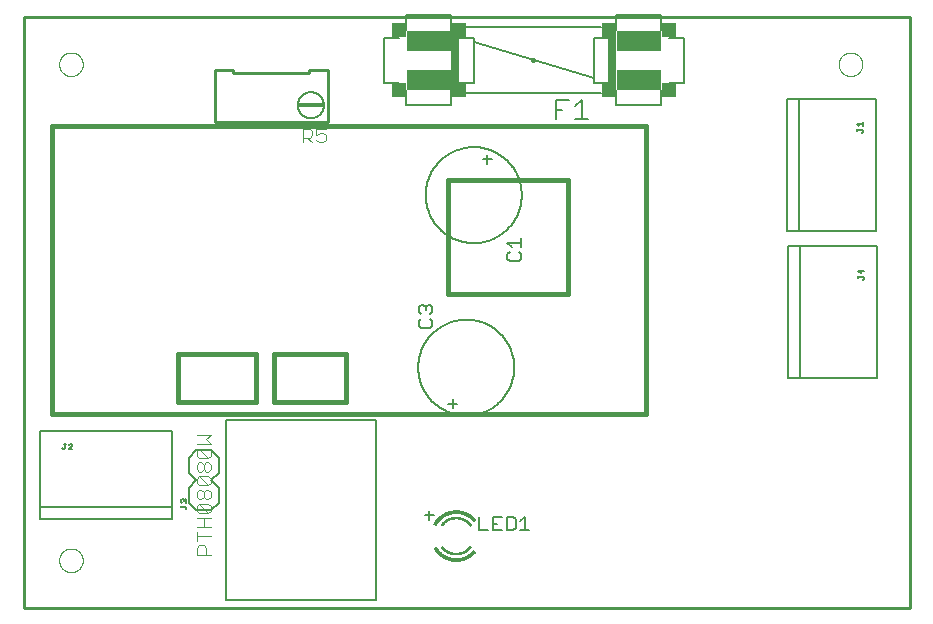
<source format=gbr>
G75*
%MOIN*%
%OFA0B0*%
%FSLAX25Y25*%
%IPPOS*%
%LPD*%
%AMOC8*
5,1,8,0,0,1.08239X$1,22.5*
%
%ADD10C,0.01000*%
%ADD11C,0.00000*%
%ADD12C,0.00500*%
%ADD13C,0.00400*%
%ADD14C,0.01600*%
%ADD15C,0.00800*%
%ADD16C,0.00600*%
%ADD17C,0.00700*%
%ADD18R,0.05000X0.05000*%
%ADD19R,0.02500X0.20000*%
%ADD20R,0.15000X0.07000*%
%ADD21R,0.08268X0.01575*%
%ADD22C,0.00060*%
%ADD23C,0.00100*%
D10*
X0032126Y0002900D02*
X0032126Y0199750D01*
X0327401Y0199750D01*
X0327401Y0002900D01*
X0032126Y0002900D01*
X0095728Y0164908D02*
X0095728Y0182034D01*
X0102027Y0182034D01*
X0102027Y0181050D01*
X0127224Y0181050D01*
X0127224Y0182034D01*
X0133523Y0182034D01*
X0133523Y0164908D01*
X0095728Y0164908D01*
D11*
X0043937Y0184002D02*
X0043939Y0184127D01*
X0043945Y0184252D01*
X0043955Y0184376D01*
X0043969Y0184500D01*
X0043986Y0184624D01*
X0044008Y0184747D01*
X0044034Y0184869D01*
X0044063Y0184991D01*
X0044096Y0185111D01*
X0044134Y0185230D01*
X0044174Y0185349D01*
X0044219Y0185465D01*
X0044267Y0185580D01*
X0044319Y0185694D01*
X0044375Y0185806D01*
X0044434Y0185916D01*
X0044496Y0186024D01*
X0044562Y0186131D01*
X0044631Y0186235D01*
X0044704Y0186336D01*
X0044779Y0186436D01*
X0044858Y0186533D01*
X0044940Y0186627D01*
X0045025Y0186719D01*
X0045112Y0186808D01*
X0045203Y0186894D01*
X0045296Y0186977D01*
X0045392Y0187058D01*
X0045490Y0187135D01*
X0045590Y0187209D01*
X0045693Y0187280D01*
X0045798Y0187347D01*
X0045906Y0187412D01*
X0046015Y0187472D01*
X0046126Y0187530D01*
X0046239Y0187583D01*
X0046353Y0187633D01*
X0046469Y0187680D01*
X0046586Y0187722D01*
X0046705Y0187761D01*
X0046825Y0187797D01*
X0046946Y0187828D01*
X0047068Y0187856D01*
X0047190Y0187879D01*
X0047314Y0187899D01*
X0047438Y0187915D01*
X0047562Y0187927D01*
X0047687Y0187935D01*
X0047812Y0187939D01*
X0047936Y0187939D01*
X0048061Y0187935D01*
X0048186Y0187927D01*
X0048310Y0187915D01*
X0048434Y0187899D01*
X0048558Y0187879D01*
X0048680Y0187856D01*
X0048802Y0187828D01*
X0048923Y0187797D01*
X0049043Y0187761D01*
X0049162Y0187722D01*
X0049279Y0187680D01*
X0049395Y0187633D01*
X0049509Y0187583D01*
X0049622Y0187530D01*
X0049733Y0187472D01*
X0049843Y0187412D01*
X0049950Y0187347D01*
X0050055Y0187280D01*
X0050158Y0187209D01*
X0050258Y0187135D01*
X0050356Y0187058D01*
X0050452Y0186977D01*
X0050545Y0186894D01*
X0050636Y0186808D01*
X0050723Y0186719D01*
X0050808Y0186627D01*
X0050890Y0186533D01*
X0050969Y0186436D01*
X0051044Y0186336D01*
X0051117Y0186235D01*
X0051186Y0186131D01*
X0051252Y0186024D01*
X0051314Y0185916D01*
X0051373Y0185806D01*
X0051429Y0185694D01*
X0051481Y0185580D01*
X0051529Y0185465D01*
X0051574Y0185349D01*
X0051614Y0185230D01*
X0051652Y0185111D01*
X0051685Y0184991D01*
X0051714Y0184869D01*
X0051740Y0184747D01*
X0051762Y0184624D01*
X0051779Y0184500D01*
X0051793Y0184376D01*
X0051803Y0184252D01*
X0051809Y0184127D01*
X0051811Y0184002D01*
X0051809Y0183877D01*
X0051803Y0183752D01*
X0051793Y0183628D01*
X0051779Y0183504D01*
X0051762Y0183380D01*
X0051740Y0183257D01*
X0051714Y0183135D01*
X0051685Y0183013D01*
X0051652Y0182893D01*
X0051614Y0182774D01*
X0051574Y0182655D01*
X0051529Y0182539D01*
X0051481Y0182424D01*
X0051429Y0182310D01*
X0051373Y0182198D01*
X0051314Y0182088D01*
X0051252Y0181980D01*
X0051186Y0181873D01*
X0051117Y0181769D01*
X0051044Y0181668D01*
X0050969Y0181568D01*
X0050890Y0181471D01*
X0050808Y0181377D01*
X0050723Y0181285D01*
X0050636Y0181196D01*
X0050545Y0181110D01*
X0050452Y0181027D01*
X0050356Y0180946D01*
X0050258Y0180869D01*
X0050158Y0180795D01*
X0050055Y0180724D01*
X0049950Y0180657D01*
X0049842Y0180592D01*
X0049733Y0180532D01*
X0049622Y0180474D01*
X0049509Y0180421D01*
X0049395Y0180371D01*
X0049279Y0180324D01*
X0049162Y0180282D01*
X0049043Y0180243D01*
X0048923Y0180207D01*
X0048802Y0180176D01*
X0048680Y0180148D01*
X0048558Y0180125D01*
X0048434Y0180105D01*
X0048310Y0180089D01*
X0048186Y0180077D01*
X0048061Y0180069D01*
X0047936Y0180065D01*
X0047812Y0180065D01*
X0047687Y0180069D01*
X0047562Y0180077D01*
X0047438Y0180089D01*
X0047314Y0180105D01*
X0047190Y0180125D01*
X0047068Y0180148D01*
X0046946Y0180176D01*
X0046825Y0180207D01*
X0046705Y0180243D01*
X0046586Y0180282D01*
X0046469Y0180324D01*
X0046353Y0180371D01*
X0046239Y0180421D01*
X0046126Y0180474D01*
X0046015Y0180532D01*
X0045905Y0180592D01*
X0045798Y0180657D01*
X0045693Y0180724D01*
X0045590Y0180795D01*
X0045490Y0180869D01*
X0045392Y0180946D01*
X0045296Y0181027D01*
X0045203Y0181110D01*
X0045112Y0181196D01*
X0045025Y0181285D01*
X0044940Y0181377D01*
X0044858Y0181471D01*
X0044779Y0181568D01*
X0044704Y0181668D01*
X0044631Y0181769D01*
X0044562Y0181873D01*
X0044496Y0181980D01*
X0044434Y0182088D01*
X0044375Y0182198D01*
X0044319Y0182310D01*
X0044267Y0182424D01*
X0044219Y0182539D01*
X0044174Y0182655D01*
X0044134Y0182774D01*
X0044096Y0182893D01*
X0044063Y0183013D01*
X0044034Y0183135D01*
X0044008Y0183257D01*
X0043986Y0183380D01*
X0043969Y0183504D01*
X0043955Y0183628D01*
X0043945Y0183752D01*
X0043939Y0183877D01*
X0043937Y0184002D01*
X0043937Y0018648D02*
X0043939Y0018773D01*
X0043945Y0018898D01*
X0043955Y0019022D01*
X0043969Y0019146D01*
X0043986Y0019270D01*
X0044008Y0019393D01*
X0044034Y0019515D01*
X0044063Y0019637D01*
X0044096Y0019757D01*
X0044134Y0019876D01*
X0044174Y0019995D01*
X0044219Y0020111D01*
X0044267Y0020226D01*
X0044319Y0020340D01*
X0044375Y0020452D01*
X0044434Y0020562D01*
X0044496Y0020670D01*
X0044562Y0020777D01*
X0044631Y0020881D01*
X0044704Y0020982D01*
X0044779Y0021082D01*
X0044858Y0021179D01*
X0044940Y0021273D01*
X0045025Y0021365D01*
X0045112Y0021454D01*
X0045203Y0021540D01*
X0045296Y0021623D01*
X0045392Y0021704D01*
X0045490Y0021781D01*
X0045590Y0021855D01*
X0045693Y0021926D01*
X0045798Y0021993D01*
X0045906Y0022058D01*
X0046015Y0022118D01*
X0046126Y0022176D01*
X0046239Y0022229D01*
X0046353Y0022279D01*
X0046469Y0022326D01*
X0046586Y0022368D01*
X0046705Y0022407D01*
X0046825Y0022443D01*
X0046946Y0022474D01*
X0047068Y0022502D01*
X0047190Y0022525D01*
X0047314Y0022545D01*
X0047438Y0022561D01*
X0047562Y0022573D01*
X0047687Y0022581D01*
X0047812Y0022585D01*
X0047936Y0022585D01*
X0048061Y0022581D01*
X0048186Y0022573D01*
X0048310Y0022561D01*
X0048434Y0022545D01*
X0048558Y0022525D01*
X0048680Y0022502D01*
X0048802Y0022474D01*
X0048923Y0022443D01*
X0049043Y0022407D01*
X0049162Y0022368D01*
X0049279Y0022326D01*
X0049395Y0022279D01*
X0049509Y0022229D01*
X0049622Y0022176D01*
X0049733Y0022118D01*
X0049843Y0022058D01*
X0049950Y0021993D01*
X0050055Y0021926D01*
X0050158Y0021855D01*
X0050258Y0021781D01*
X0050356Y0021704D01*
X0050452Y0021623D01*
X0050545Y0021540D01*
X0050636Y0021454D01*
X0050723Y0021365D01*
X0050808Y0021273D01*
X0050890Y0021179D01*
X0050969Y0021082D01*
X0051044Y0020982D01*
X0051117Y0020881D01*
X0051186Y0020777D01*
X0051252Y0020670D01*
X0051314Y0020562D01*
X0051373Y0020452D01*
X0051429Y0020340D01*
X0051481Y0020226D01*
X0051529Y0020111D01*
X0051574Y0019995D01*
X0051614Y0019876D01*
X0051652Y0019757D01*
X0051685Y0019637D01*
X0051714Y0019515D01*
X0051740Y0019393D01*
X0051762Y0019270D01*
X0051779Y0019146D01*
X0051793Y0019022D01*
X0051803Y0018898D01*
X0051809Y0018773D01*
X0051811Y0018648D01*
X0051809Y0018523D01*
X0051803Y0018398D01*
X0051793Y0018274D01*
X0051779Y0018150D01*
X0051762Y0018026D01*
X0051740Y0017903D01*
X0051714Y0017781D01*
X0051685Y0017659D01*
X0051652Y0017539D01*
X0051614Y0017420D01*
X0051574Y0017301D01*
X0051529Y0017185D01*
X0051481Y0017070D01*
X0051429Y0016956D01*
X0051373Y0016844D01*
X0051314Y0016734D01*
X0051252Y0016626D01*
X0051186Y0016519D01*
X0051117Y0016415D01*
X0051044Y0016314D01*
X0050969Y0016214D01*
X0050890Y0016117D01*
X0050808Y0016023D01*
X0050723Y0015931D01*
X0050636Y0015842D01*
X0050545Y0015756D01*
X0050452Y0015673D01*
X0050356Y0015592D01*
X0050258Y0015515D01*
X0050158Y0015441D01*
X0050055Y0015370D01*
X0049950Y0015303D01*
X0049842Y0015238D01*
X0049733Y0015178D01*
X0049622Y0015120D01*
X0049509Y0015067D01*
X0049395Y0015017D01*
X0049279Y0014970D01*
X0049162Y0014928D01*
X0049043Y0014889D01*
X0048923Y0014853D01*
X0048802Y0014822D01*
X0048680Y0014794D01*
X0048558Y0014771D01*
X0048434Y0014751D01*
X0048310Y0014735D01*
X0048186Y0014723D01*
X0048061Y0014715D01*
X0047936Y0014711D01*
X0047812Y0014711D01*
X0047687Y0014715D01*
X0047562Y0014723D01*
X0047438Y0014735D01*
X0047314Y0014751D01*
X0047190Y0014771D01*
X0047068Y0014794D01*
X0046946Y0014822D01*
X0046825Y0014853D01*
X0046705Y0014889D01*
X0046586Y0014928D01*
X0046469Y0014970D01*
X0046353Y0015017D01*
X0046239Y0015067D01*
X0046126Y0015120D01*
X0046015Y0015178D01*
X0045905Y0015238D01*
X0045798Y0015303D01*
X0045693Y0015370D01*
X0045590Y0015441D01*
X0045490Y0015515D01*
X0045392Y0015592D01*
X0045296Y0015673D01*
X0045203Y0015756D01*
X0045112Y0015842D01*
X0045025Y0015931D01*
X0044940Y0016023D01*
X0044858Y0016117D01*
X0044779Y0016214D01*
X0044704Y0016314D01*
X0044631Y0016415D01*
X0044562Y0016519D01*
X0044496Y0016626D01*
X0044434Y0016734D01*
X0044375Y0016844D01*
X0044319Y0016956D01*
X0044267Y0017070D01*
X0044219Y0017185D01*
X0044174Y0017301D01*
X0044134Y0017420D01*
X0044096Y0017539D01*
X0044063Y0017659D01*
X0044034Y0017781D01*
X0044008Y0017903D01*
X0043986Y0018026D01*
X0043969Y0018150D01*
X0043955Y0018274D01*
X0043945Y0018398D01*
X0043939Y0018523D01*
X0043937Y0018648D01*
X0303779Y0184002D02*
X0303781Y0184127D01*
X0303787Y0184252D01*
X0303797Y0184376D01*
X0303811Y0184500D01*
X0303828Y0184624D01*
X0303850Y0184747D01*
X0303876Y0184869D01*
X0303905Y0184991D01*
X0303938Y0185111D01*
X0303976Y0185230D01*
X0304016Y0185349D01*
X0304061Y0185465D01*
X0304109Y0185580D01*
X0304161Y0185694D01*
X0304217Y0185806D01*
X0304276Y0185916D01*
X0304338Y0186024D01*
X0304404Y0186131D01*
X0304473Y0186235D01*
X0304546Y0186336D01*
X0304621Y0186436D01*
X0304700Y0186533D01*
X0304782Y0186627D01*
X0304867Y0186719D01*
X0304954Y0186808D01*
X0305045Y0186894D01*
X0305138Y0186977D01*
X0305234Y0187058D01*
X0305332Y0187135D01*
X0305432Y0187209D01*
X0305535Y0187280D01*
X0305640Y0187347D01*
X0305748Y0187412D01*
X0305857Y0187472D01*
X0305968Y0187530D01*
X0306081Y0187583D01*
X0306195Y0187633D01*
X0306311Y0187680D01*
X0306428Y0187722D01*
X0306547Y0187761D01*
X0306667Y0187797D01*
X0306788Y0187828D01*
X0306910Y0187856D01*
X0307032Y0187879D01*
X0307156Y0187899D01*
X0307280Y0187915D01*
X0307404Y0187927D01*
X0307529Y0187935D01*
X0307654Y0187939D01*
X0307778Y0187939D01*
X0307903Y0187935D01*
X0308028Y0187927D01*
X0308152Y0187915D01*
X0308276Y0187899D01*
X0308400Y0187879D01*
X0308522Y0187856D01*
X0308644Y0187828D01*
X0308765Y0187797D01*
X0308885Y0187761D01*
X0309004Y0187722D01*
X0309121Y0187680D01*
X0309237Y0187633D01*
X0309351Y0187583D01*
X0309464Y0187530D01*
X0309575Y0187472D01*
X0309685Y0187412D01*
X0309792Y0187347D01*
X0309897Y0187280D01*
X0310000Y0187209D01*
X0310100Y0187135D01*
X0310198Y0187058D01*
X0310294Y0186977D01*
X0310387Y0186894D01*
X0310478Y0186808D01*
X0310565Y0186719D01*
X0310650Y0186627D01*
X0310732Y0186533D01*
X0310811Y0186436D01*
X0310886Y0186336D01*
X0310959Y0186235D01*
X0311028Y0186131D01*
X0311094Y0186024D01*
X0311156Y0185916D01*
X0311215Y0185806D01*
X0311271Y0185694D01*
X0311323Y0185580D01*
X0311371Y0185465D01*
X0311416Y0185349D01*
X0311456Y0185230D01*
X0311494Y0185111D01*
X0311527Y0184991D01*
X0311556Y0184869D01*
X0311582Y0184747D01*
X0311604Y0184624D01*
X0311621Y0184500D01*
X0311635Y0184376D01*
X0311645Y0184252D01*
X0311651Y0184127D01*
X0311653Y0184002D01*
X0311651Y0183877D01*
X0311645Y0183752D01*
X0311635Y0183628D01*
X0311621Y0183504D01*
X0311604Y0183380D01*
X0311582Y0183257D01*
X0311556Y0183135D01*
X0311527Y0183013D01*
X0311494Y0182893D01*
X0311456Y0182774D01*
X0311416Y0182655D01*
X0311371Y0182539D01*
X0311323Y0182424D01*
X0311271Y0182310D01*
X0311215Y0182198D01*
X0311156Y0182088D01*
X0311094Y0181980D01*
X0311028Y0181873D01*
X0310959Y0181769D01*
X0310886Y0181668D01*
X0310811Y0181568D01*
X0310732Y0181471D01*
X0310650Y0181377D01*
X0310565Y0181285D01*
X0310478Y0181196D01*
X0310387Y0181110D01*
X0310294Y0181027D01*
X0310198Y0180946D01*
X0310100Y0180869D01*
X0310000Y0180795D01*
X0309897Y0180724D01*
X0309792Y0180657D01*
X0309684Y0180592D01*
X0309575Y0180532D01*
X0309464Y0180474D01*
X0309351Y0180421D01*
X0309237Y0180371D01*
X0309121Y0180324D01*
X0309004Y0180282D01*
X0308885Y0180243D01*
X0308765Y0180207D01*
X0308644Y0180176D01*
X0308522Y0180148D01*
X0308400Y0180125D01*
X0308276Y0180105D01*
X0308152Y0180089D01*
X0308028Y0180077D01*
X0307903Y0180069D01*
X0307778Y0180065D01*
X0307654Y0180065D01*
X0307529Y0180069D01*
X0307404Y0180077D01*
X0307280Y0180089D01*
X0307156Y0180105D01*
X0307032Y0180125D01*
X0306910Y0180148D01*
X0306788Y0180176D01*
X0306667Y0180207D01*
X0306547Y0180243D01*
X0306428Y0180282D01*
X0306311Y0180324D01*
X0306195Y0180371D01*
X0306081Y0180421D01*
X0305968Y0180474D01*
X0305857Y0180532D01*
X0305747Y0180592D01*
X0305640Y0180657D01*
X0305535Y0180724D01*
X0305432Y0180795D01*
X0305332Y0180869D01*
X0305234Y0180946D01*
X0305138Y0181027D01*
X0305045Y0181110D01*
X0304954Y0181196D01*
X0304867Y0181285D01*
X0304782Y0181377D01*
X0304700Y0181471D01*
X0304621Y0181568D01*
X0304546Y0181668D01*
X0304473Y0181769D01*
X0304404Y0181873D01*
X0304338Y0181980D01*
X0304276Y0182088D01*
X0304217Y0182198D01*
X0304161Y0182310D01*
X0304109Y0182424D01*
X0304061Y0182539D01*
X0304016Y0182655D01*
X0303976Y0182774D01*
X0303938Y0182893D01*
X0303905Y0183013D01*
X0303876Y0183135D01*
X0303850Y0183257D01*
X0303828Y0183380D01*
X0303811Y0183504D01*
X0303797Y0183628D01*
X0303787Y0183752D01*
X0303781Y0183877D01*
X0303779Y0184002D01*
D12*
X0309874Y0164074D02*
X0311776Y0164074D01*
X0311776Y0163440D02*
X0311776Y0164708D01*
X0310508Y0163440D02*
X0309874Y0164074D01*
X0309874Y0162498D02*
X0309874Y0161864D01*
X0309874Y0162181D02*
X0311459Y0162181D01*
X0311776Y0161864D01*
X0311776Y0161547D01*
X0311459Y0161230D01*
X0311215Y0115578D02*
X0311215Y0114310D01*
X0310264Y0115261D01*
X0312165Y0115261D01*
X0311848Y0113051D02*
X0310264Y0113051D01*
X0310264Y0112734D02*
X0310264Y0113368D01*
X0311848Y0113051D02*
X0312165Y0112734D01*
X0312165Y0112417D01*
X0311848Y0112100D01*
X0197876Y0119193D02*
X0197876Y0120694D01*
X0197125Y0121445D01*
X0197876Y0123046D02*
X0197876Y0126049D01*
X0197876Y0124547D02*
X0193372Y0124547D01*
X0194873Y0123046D01*
X0194122Y0121445D02*
X0193372Y0120694D01*
X0193372Y0119193D01*
X0194122Y0118442D01*
X0197125Y0118442D01*
X0197876Y0119193D01*
X0168376Y0103006D02*
X0168376Y0101505D01*
X0167625Y0100754D01*
X0167625Y0099153D02*
X0168376Y0098402D01*
X0168376Y0096901D01*
X0167625Y0096150D01*
X0164622Y0096150D01*
X0163872Y0096901D01*
X0163872Y0098402D01*
X0164622Y0099153D01*
X0164622Y0100754D02*
X0163872Y0101505D01*
X0163872Y0103006D01*
X0164622Y0103756D01*
X0165373Y0103756D01*
X0166124Y0103006D01*
X0166874Y0103756D01*
X0167625Y0103756D01*
X0168376Y0103006D01*
X0166124Y0103006D02*
X0166124Y0102255D01*
X0149626Y0065400D02*
X0149626Y0005400D01*
X0099626Y0005400D01*
X0099626Y0065400D01*
X0149626Y0065400D01*
X0167326Y0035200D02*
X0167326Y0032100D01*
X0165926Y0033700D02*
X0168826Y0033700D01*
X0183876Y0033154D02*
X0183876Y0028650D01*
X0186878Y0028650D01*
X0188480Y0028650D02*
X0191482Y0028650D01*
X0193083Y0028650D02*
X0195335Y0028650D01*
X0196086Y0029401D01*
X0196086Y0032403D01*
X0195335Y0033154D01*
X0193083Y0033154D01*
X0193083Y0028650D01*
X0189981Y0030902D02*
X0188480Y0030902D01*
X0188480Y0033154D02*
X0188480Y0028650D01*
X0188480Y0033154D02*
X0191482Y0033154D01*
X0197687Y0031653D02*
X0199189Y0033154D01*
X0199189Y0028650D01*
X0200690Y0028650D02*
X0197687Y0028650D01*
X0086376Y0035967D02*
X0086376Y0036284D01*
X0086059Y0036601D01*
X0084474Y0036601D01*
X0084474Y0036284D02*
X0084474Y0036918D01*
X0084791Y0037860D02*
X0084474Y0038177D01*
X0084474Y0038811D01*
X0084791Y0039128D01*
X0085108Y0039128D01*
X0085425Y0038811D01*
X0085742Y0039128D01*
X0086059Y0039128D01*
X0086376Y0038811D01*
X0086376Y0038177D01*
X0086059Y0037860D01*
X0085425Y0038494D02*
X0085425Y0038811D01*
X0086376Y0035967D02*
X0086059Y0035650D01*
X0048353Y0055650D02*
X0047085Y0055650D01*
X0048353Y0056918D01*
X0048353Y0057235D01*
X0048036Y0057552D01*
X0047402Y0057552D01*
X0047085Y0057235D01*
X0046143Y0057552D02*
X0045509Y0057552D01*
X0045826Y0057552D02*
X0045826Y0055967D01*
X0045509Y0055650D01*
X0045193Y0055650D01*
X0044876Y0055967D01*
D13*
X0089822Y0055129D02*
X0089822Y0053595D01*
X0090589Y0052827D01*
X0093658Y0052827D01*
X0090589Y0055897D01*
X0093658Y0055897D01*
X0094426Y0055129D01*
X0094426Y0053595D01*
X0093658Y0052827D01*
X0093658Y0051293D02*
X0094426Y0050526D01*
X0094426Y0048991D01*
X0093658Y0048224D01*
X0092891Y0048224D01*
X0092124Y0048991D01*
X0092124Y0050526D01*
X0092891Y0051293D01*
X0093658Y0051293D01*
X0092124Y0050526D02*
X0091356Y0051293D01*
X0090589Y0051293D01*
X0089822Y0050526D01*
X0089822Y0048991D01*
X0090589Y0048224D01*
X0091356Y0048224D01*
X0092124Y0048991D01*
X0090589Y0046689D02*
X0093658Y0046689D01*
X0094426Y0045922D01*
X0094426Y0044387D01*
X0093658Y0043620D01*
X0090589Y0046689D01*
X0089822Y0045922D01*
X0089822Y0044387D01*
X0090589Y0043620D01*
X0093658Y0043620D01*
X0093658Y0042085D02*
X0094426Y0041318D01*
X0094426Y0039783D01*
X0093658Y0039016D01*
X0092891Y0039016D01*
X0092124Y0039783D01*
X0092124Y0041318D01*
X0092891Y0042085D01*
X0093658Y0042085D01*
X0092124Y0041318D02*
X0091356Y0042085D01*
X0090589Y0042085D01*
X0089822Y0041318D01*
X0089822Y0039783D01*
X0090589Y0039016D01*
X0091356Y0039016D01*
X0092124Y0039783D01*
X0090589Y0037481D02*
X0093658Y0037481D01*
X0094426Y0036714D01*
X0094426Y0035179D01*
X0093658Y0034412D01*
X0090589Y0037481D01*
X0089822Y0036714D01*
X0089822Y0035179D01*
X0090589Y0034412D01*
X0093658Y0034412D01*
X0094426Y0032877D02*
X0089822Y0032877D01*
X0092124Y0032877D02*
X0092124Y0029808D01*
X0094426Y0029808D02*
X0089822Y0029808D01*
X0089822Y0028273D02*
X0089822Y0025204D01*
X0089822Y0026739D02*
X0094426Y0026739D01*
X0092124Y0023669D02*
X0090589Y0023669D01*
X0089822Y0022902D01*
X0089822Y0020600D01*
X0094426Y0020600D01*
X0092891Y0020600D02*
X0092891Y0022902D01*
X0092124Y0023669D01*
X0089822Y0055129D02*
X0090589Y0055897D01*
X0089822Y0057431D02*
X0094426Y0057431D01*
X0092891Y0058966D01*
X0094426Y0060501D01*
X0089822Y0060501D01*
X0125106Y0157982D02*
X0125106Y0162586D01*
X0127408Y0162586D01*
X0128175Y0161818D01*
X0128175Y0160284D01*
X0127408Y0159517D01*
X0125106Y0159517D01*
X0126641Y0159517D02*
X0128175Y0157982D01*
X0129710Y0158749D02*
X0130477Y0157982D01*
X0132012Y0157982D01*
X0132779Y0158749D01*
X0132779Y0160284D01*
X0132012Y0161051D01*
X0131244Y0161051D01*
X0129710Y0160284D01*
X0129710Y0162586D01*
X0132779Y0162586D01*
D14*
X0173626Y0145400D02*
X0213626Y0145400D01*
X0213626Y0107400D01*
X0173626Y0107400D01*
X0173626Y0145400D01*
X0238602Y0163274D02*
X0041626Y0163274D01*
X0041626Y0067400D01*
X0239626Y0067400D01*
X0239626Y0163400D01*
X0139626Y0087400D02*
X0115626Y0087400D01*
X0115626Y0071400D01*
X0139626Y0071400D01*
X0139626Y0087400D01*
X0109626Y0087400D02*
X0109626Y0071400D01*
X0083626Y0071400D01*
X0083626Y0087400D01*
X0109626Y0087400D01*
D15*
X0081515Y0061935D02*
X0081515Y0036345D01*
X0037421Y0036345D01*
X0037421Y0061935D01*
X0081515Y0061935D01*
X0089626Y0055400D02*
X0094626Y0055400D01*
X0097126Y0052900D01*
X0097126Y0047900D01*
X0094626Y0045400D01*
X0097126Y0042900D01*
X0097126Y0037900D01*
X0094626Y0035400D01*
X0089626Y0035400D01*
X0087126Y0037900D01*
X0087126Y0042900D01*
X0089626Y0045400D01*
X0087126Y0047900D01*
X0087126Y0052900D01*
X0089626Y0055400D01*
X0081515Y0036345D02*
X0081515Y0032408D01*
X0037421Y0032408D01*
X0037421Y0036345D01*
X0287023Y0079380D02*
X0287023Y0123475D01*
X0290960Y0123475D01*
X0290960Y0079380D01*
X0287023Y0079380D01*
X0290960Y0079380D02*
X0316551Y0079380D01*
X0316551Y0123475D01*
X0290960Y0123475D01*
X0290570Y0128510D02*
X0286633Y0128510D01*
X0286633Y0172605D01*
X0290570Y0172605D01*
X0290570Y0128510D01*
X0316161Y0128510D01*
X0316161Y0172605D01*
X0290570Y0172605D01*
D16*
X0252126Y0177900D02*
X0252126Y0192900D01*
X0247126Y0192900D01*
X0244626Y0195400D02*
X0244626Y0200400D01*
X0229626Y0200400D01*
X0229626Y0195400D01*
X0227126Y0192900D02*
X0222126Y0192900D01*
X0222126Y0179400D01*
X0182126Y0191400D01*
X0182126Y0177900D01*
X0177126Y0177900D01*
X0174626Y0175400D02*
X0174626Y0170400D01*
X0159626Y0170400D01*
X0159626Y0175400D01*
X0157126Y0177900D02*
X0152126Y0177900D01*
X0152126Y0192900D01*
X0157126Y0192900D01*
X0159626Y0195400D02*
X0159626Y0200400D01*
X0174626Y0200400D01*
X0174626Y0195400D01*
X0177126Y0192900D02*
X0182126Y0192900D01*
X0182126Y0191400D01*
X0179626Y0196400D02*
X0224626Y0196400D01*
X0201626Y0185400D02*
X0201628Y0185444D01*
X0201634Y0185488D01*
X0201644Y0185531D01*
X0201657Y0185573D01*
X0201674Y0185614D01*
X0201695Y0185653D01*
X0201719Y0185690D01*
X0201746Y0185725D01*
X0201776Y0185757D01*
X0201809Y0185787D01*
X0201845Y0185813D01*
X0201882Y0185837D01*
X0201922Y0185856D01*
X0201963Y0185873D01*
X0202006Y0185885D01*
X0202049Y0185894D01*
X0202093Y0185899D01*
X0202137Y0185900D01*
X0202181Y0185897D01*
X0202225Y0185890D01*
X0202268Y0185879D01*
X0202310Y0185865D01*
X0202350Y0185847D01*
X0202389Y0185825D01*
X0202425Y0185801D01*
X0202459Y0185773D01*
X0202491Y0185742D01*
X0202520Y0185708D01*
X0202546Y0185672D01*
X0202568Y0185634D01*
X0202587Y0185594D01*
X0202602Y0185552D01*
X0202614Y0185510D01*
X0202622Y0185466D01*
X0202626Y0185422D01*
X0202626Y0185378D01*
X0202622Y0185334D01*
X0202614Y0185290D01*
X0202602Y0185248D01*
X0202587Y0185206D01*
X0202568Y0185166D01*
X0202546Y0185128D01*
X0202520Y0185092D01*
X0202491Y0185058D01*
X0202459Y0185027D01*
X0202425Y0184999D01*
X0202389Y0184975D01*
X0202350Y0184953D01*
X0202310Y0184935D01*
X0202268Y0184921D01*
X0202225Y0184910D01*
X0202181Y0184903D01*
X0202137Y0184900D01*
X0202093Y0184901D01*
X0202049Y0184906D01*
X0202006Y0184915D01*
X0201963Y0184927D01*
X0201922Y0184944D01*
X0201882Y0184963D01*
X0201845Y0184987D01*
X0201809Y0185013D01*
X0201776Y0185043D01*
X0201746Y0185075D01*
X0201719Y0185110D01*
X0201695Y0185147D01*
X0201674Y0185186D01*
X0201657Y0185227D01*
X0201644Y0185269D01*
X0201634Y0185312D01*
X0201628Y0185356D01*
X0201626Y0185400D01*
X0222126Y0179400D02*
X0222126Y0177900D01*
X0227126Y0177900D01*
X0229626Y0175400D02*
X0229626Y0170400D01*
X0244626Y0170400D01*
X0244626Y0175400D01*
X0247126Y0177900D02*
X0252126Y0177900D01*
X0224626Y0174400D02*
X0179626Y0174400D01*
X0186626Y0153900D02*
X0186626Y0150900D01*
X0185126Y0152400D02*
X0188126Y0152400D01*
X0166126Y0140400D02*
X0166131Y0140793D01*
X0166145Y0141185D01*
X0166169Y0141577D01*
X0166203Y0141968D01*
X0166246Y0142359D01*
X0166299Y0142748D01*
X0166362Y0143135D01*
X0166433Y0143521D01*
X0166515Y0143906D01*
X0166605Y0144288D01*
X0166706Y0144667D01*
X0166815Y0145045D01*
X0166934Y0145419D01*
X0167061Y0145790D01*
X0167198Y0146158D01*
X0167344Y0146523D01*
X0167499Y0146884D01*
X0167662Y0147241D01*
X0167834Y0147594D01*
X0168015Y0147942D01*
X0168205Y0148286D01*
X0168402Y0148626D01*
X0168608Y0148960D01*
X0168822Y0149289D01*
X0169045Y0149613D01*
X0169275Y0149931D01*
X0169512Y0150244D01*
X0169758Y0150550D01*
X0170011Y0150851D01*
X0170271Y0151145D01*
X0170538Y0151433D01*
X0170812Y0151714D01*
X0171093Y0151988D01*
X0171381Y0152255D01*
X0171675Y0152515D01*
X0171976Y0152768D01*
X0172282Y0153014D01*
X0172595Y0153251D01*
X0172913Y0153481D01*
X0173237Y0153704D01*
X0173566Y0153918D01*
X0173900Y0154124D01*
X0174240Y0154321D01*
X0174584Y0154511D01*
X0174932Y0154692D01*
X0175285Y0154864D01*
X0175642Y0155027D01*
X0176003Y0155182D01*
X0176368Y0155328D01*
X0176736Y0155465D01*
X0177107Y0155592D01*
X0177481Y0155711D01*
X0177859Y0155820D01*
X0178238Y0155921D01*
X0178620Y0156011D01*
X0179005Y0156093D01*
X0179391Y0156164D01*
X0179778Y0156227D01*
X0180167Y0156280D01*
X0180558Y0156323D01*
X0180949Y0156357D01*
X0181341Y0156381D01*
X0181733Y0156395D01*
X0182126Y0156400D01*
X0182519Y0156395D01*
X0182911Y0156381D01*
X0183303Y0156357D01*
X0183694Y0156323D01*
X0184085Y0156280D01*
X0184474Y0156227D01*
X0184861Y0156164D01*
X0185247Y0156093D01*
X0185632Y0156011D01*
X0186014Y0155921D01*
X0186393Y0155820D01*
X0186771Y0155711D01*
X0187145Y0155592D01*
X0187516Y0155465D01*
X0187884Y0155328D01*
X0188249Y0155182D01*
X0188610Y0155027D01*
X0188967Y0154864D01*
X0189320Y0154692D01*
X0189668Y0154511D01*
X0190012Y0154321D01*
X0190352Y0154124D01*
X0190686Y0153918D01*
X0191015Y0153704D01*
X0191339Y0153481D01*
X0191657Y0153251D01*
X0191970Y0153014D01*
X0192276Y0152768D01*
X0192577Y0152515D01*
X0192871Y0152255D01*
X0193159Y0151988D01*
X0193440Y0151714D01*
X0193714Y0151433D01*
X0193981Y0151145D01*
X0194241Y0150851D01*
X0194494Y0150550D01*
X0194740Y0150244D01*
X0194977Y0149931D01*
X0195207Y0149613D01*
X0195430Y0149289D01*
X0195644Y0148960D01*
X0195850Y0148626D01*
X0196047Y0148286D01*
X0196237Y0147942D01*
X0196418Y0147594D01*
X0196590Y0147241D01*
X0196753Y0146884D01*
X0196908Y0146523D01*
X0197054Y0146158D01*
X0197191Y0145790D01*
X0197318Y0145419D01*
X0197437Y0145045D01*
X0197546Y0144667D01*
X0197647Y0144288D01*
X0197737Y0143906D01*
X0197819Y0143521D01*
X0197890Y0143135D01*
X0197953Y0142748D01*
X0198006Y0142359D01*
X0198049Y0141968D01*
X0198083Y0141577D01*
X0198107Y0141185D01*
X0198121Y0140793D01*
X0198126Y0140400D01*
X0198121Y0140007D01*
X0198107Y0139615D01*
X0198083Y0139223D01*
X0198049Y0138832D01*
X0198006Y0138441D01*
X0197953Y0138052D01*
X0197890Y0137665D01*
X0197819Y0137279D01*
X0197737Y0136894D01*
X0197647Y0136512D01*
X0197546Y0136133D01*
X0197437Y0135755D01*
X0197318Y0135381D01*
X0197191Y0135010D01*
X0197054Y0134642D01*
X0196908Y0134277D01*
X0196753Y0133916D01*
X0196590Y0133559D01*
X0196418Y0133206D01*
X0196237Y0132858D01*
X0196047Y0132514D01*
X0195850Y0132174D01*
X0195644Y0131840D01*
X0195430Y0131511D01*
X0195207Y0131187D01*
X0194977Y0130869D01*
X0194740Y0130556D01*
X0194494Y0130250D01*
X0194241Y0129949D01*
X0193981Y0129655D01*
X0193714Y0129367D01*
X0193440Y0129086D01*
X0193159Y0128812D01*
X0192871Y0128545D01*
X0192577Y0128285D01*
X0192276Y0128032D01*
X0191970Y0127786D01*
X0191657Y0127549D01*
X0191339Y0127319D01*
X0191015Y0127096D01*
X0190686Y0126882D01*
X0190352Y0126676D01*
X0190012Y0126479D01*
X0189668Y0126289D01*
X0189320Y0126108D01*
X0188967Y0125936D01*
X0188610Y0125773D01*
X0188249Y0125618D01*
X0187884Y0125472D01*
X0187516Y0125335D01*
X0187145Y0125208D01*
X0186771Y0125089D01*
X0186393Y0124980D01*
X0186014Y0124879D01*
X0185632Y0124789D01*
X0185247Y0124707D01*
X0184861Y0124636D01*
X0184474Y0124573D01*
X0184085Y0124520D01*
X0183694Y0124477D01*
X0183303Y0124443D01*
X0182911Y0124419D01*
X0182519Y0124405D01*
X0182126Y0124400D01*
X0181733Y0124405D01*
X0181341Y0124419D01*
X0180949Y0124443D01*
X0180558Y0124477D01*
X0180167Y0124520D01*
X0179778Y0124573D01*
X0179391Y0124636D01*
X0179005Y0124707D01*
X0178620Y0124789D01*
X0178238Y0124879D01*
X0177859Y0124980D01*
X0177481Y0125089D01*
X0177107Y0125208D01*
X0176736Y0125335D01*
X0176368Y0125472D01*
X0176003Y0125618D01*
X0175642Y0125773D01*
X0175285Y0125936D01*
X0174932Y0126108D01*
X0174584Y0126289D01*
X0174240Y0126479D01*
X0173900Y0126676D01*
X0173566Y0126882D01*
X0173237Y0127096D01*
X0172913Y0127319D01*
X0172595Y0127549D01*
X0172282Y0127786D01*
X0171976Y0128032D01*
X0171675Y0128285D01*
X0171381Y0128545D01*
X0171093Y0128812D01*
X0170812Y0129086D01*
X0170538Y0129367D01*
X0170271Y0129655D01*
X0170011Y0129949D01*
X0169758Y0130250D01*
X0169512Y0130556D01*
X0169275Y0130869D01*
X0169045Y0131187D01*
X0168822Y0131511D01*
X0168608Y0131840D01*
X0168402Y0132174D01*
X0168205Y0132514D01*
X0168015Y0132858D01*
X0167834Y0133206D01*
X0167662Y0133559D01*
X0167499Y0133916D01*
X0167344Y0134277D01*
X0167198Y0134642D01*
X0167061Y0135010D01*
X0166934Y0135381D01*
X0166815Y0135755D01*
X0166706Y0136133D01*
X0166605Y0136512D01*
X0166515Y0136894D01*
X0166433Y0137279D01*
X0166362Y0137665D01*
X0166299Y0138052D01*
X0166246Y0138441D01*
X0166203Y0138832D01*
X0166169Y0139223D01*
X0166145Y0139615D01*
X0166131Y0140007D01*
X0166126Y0140400D01*
X0123484Y0170420D02*
X0123486Y0170551D01*
X0123492Y0170683D01*
X0123502Y0170814D01*
X0123516Y0170945D01*
X0123534Y0171075D01*
X0123556Y0171204D01*
X0123581Y0171333D01*
X0123611Y0171461D01*
X0123645Y0171588D01*
X0123682Y0171715D01*
X0123723Y0171839D01*
X0123768Y0171963D01*
X0123817Y0172085D01*
X0123869Y0172206D01*
X0123925Y0172324D01*
X0123985Y0172442D01*
X0124048Y0172557D01*
X0124115Y0172670D01*
X0124185Y0172782D01*
X0124258Y0172891D01*
X0124334Y0172997D01*
X0124414Y0173102D01*
X0124497Y0173204D01*
X0124583Y0173303D01*
X0124672Y0173400D01*
X0124764Y0173494D01*
X0124859Y0173585D01*
X0124956Y0173674D01*
X0125056Y0173759D01*
X0125159Y0173841D01*
X0125264Y0173920D01*
X0125371Y0173996D01*
X0125481Y0174068D01*
X0125593Y0174137D01*
X0125707Y0174203D01*
X0125822Y0174265D01*
X0125940Y0174324D01*
X0126059Y0174379D01*
X0126180Y0174431D01*
X0126303Y0174478D01*
X0126427Y0174522D01*
X0126552Y0174563D01*
X0126678Y0174599D01*
X0126806Y0174632D01*
X0126934Y0174660D01*
X0127063Y0174685D01*
X0127193Y0174706D01*
X0127323Y0174723D01*
X0127454Y0174736D01*
X0127585Y0174745D01*
X0127716Y0174750D01*
X0127848Y0174751D01*
X0127979Y0174748D01*
X0128111Y0174741D01*
X0128242Y0174730D01*
X0128372Y0174715D01*
X0128502Y0174696D01*
X0128632Y0174673D01*
X0128760Y0174647D01*
X0128888Y0174616D01*
X0129015Y0174581D01*
X0129141Y0174543D01*
X0129265Y0174501D01*
X0129389Y0174455D01*
X0129510Y0174405D01*
X0129630Y0174352D01*
X0129749Y0174295D01*
X0129866Y0174235D01*
X0129980Y0174171D01*
X0130093Y0174103D01*
X0130204Y0174032D01*
X0130313Y0173958D01*
X0130419Y0173881D01*
X0130523Y0173800D01*
X0130624Y0173717D01*
X0130723Y0173630D01*
X0130819Y0173540D01*
X0130912Y0173447D01*
X0131003Y0173352D01*
X0131090Y0173254D01*
X0131175Y0173153D01*
X0131256Y0173050D01*
X0131334Y0172944D01*
X0131409Y0172836D01*
X0131481Y0172726D01*
X0131549Y0172614D01*
X0131614Y0172500D01*
X0131675Y0172383D01*
X0131733Y0172265D01*
X0131787Y0172145D01*
X0131838Y0172024D01*
X0131885Y0171901D01*
X0131928Y0171777D01*
X0131967Y0171652D01*
X0132003Y0171525D01*
X0132034Y0171397D01*
X0132062Y0171269D01*
X0132086Y0171140D01*
X0132106Y0171010D01*
X0132122Y0170879D01*
X0132134Y0170748D01*
X0132142Y0170617D01*
X0132146Y0170486D01*
X0132146Y0170354D01*
X0132142Y0170223D01*
X0132134Y0170092D01*
X0132122Y0169961D01*
X0132106Y0169830D01*
X0132086Y0169700D01*
X0132062Y0169571D01*
X0132034Y0169443D01*
X0132003Y0169315D01*
X0131967Y0169188D01*
X0131928Y0169063D01*
X0131885Y0168939D01*
X0131838Y0168816D01*
X0131787Y0168695D01*
X0131733Y0168575D01*
X0131675Y0168457D01*
X0131614Y0168340D01*
X0131549Y0168226D01*
X0131481Y0168114D01*
X0131409Y0168004D01*
X0131334Y0167896D01*
X0131256Y0167790D01*
X0131175Y0167687D01*
X0131090Y0167586D01*
X0131003Y0167488D01*
X0130912Y0167393D01*
X0130819Y0167300D01*
X0130723Y0167210D01*
X0130624Y0167123D01*
X0130523Y0167040D01*
X0130419Y0166959D01*
X0130313Y0166882D01*
X0130204Y0166808D01*
X0130093Y0166737D01*
X0129981Y0166669D01*
X0129866Y0166605D01*
X0129749Y0166545D01*
X0129630Y0166488D01*
X0129510Y0166435D01*
X0129389Y0166385D01*
X0129265Y0166339D01*
X0129141Y0166297D01*
X0129015Y0166259D01*
X0128888Y0166224D01*
X0128760Y0166193D01*
X0128632Y0166167D01*
X0128502Y0166144D01*
X0128372Y0166125D01*
X0128242Y0166110D01*
X0128111Y0166099D01*
X0127979Y0166092D01*
X0127848Y0166089D01*
X0127716Y0166090D01*
X0127585Y0166095D01*
X0127454Y0166104D01*
X0127323Y0166117D01*
X0127193Y0166134D01*
X0127063Y0166155D01*
X0126934Y0166180D01*
X0126806Y0166208D01*
X0126678Y0166241D01*
X0126552Y0166277D01*
X0126427Y0166318D01*
X0126303Y0166362D01*
X0126180Y0166409D01*
X0126059Y0166461D01*
X0125940Y0166516D01*
X0125822Y0166575D01*
X0125707Y0166637D01*
X0125593Y0166703D01*
X0125481Y0166772D01*
X0125371Y0166844D01*
X0125264Y0166920D01*
X0125159Y0166999D01*
X0125056Y0167081D01*
X0124956Y0167166D01*
X0124859Y0167255D01*
X0124764Y0167346D01*
X0124672Y0167440D01*
X0124583Y0167537D01*
X0124497Y0167636D01*
X0124414Y0167738D01*
X0124334Y0167843D01*
X0124258Y0167949D01*
X0124185Y0168058D01*
X0124115Y0168170D01*
X0124048Y0168283D01*
X0123985Y0168398D01*
X0123925Y0168516D01*
X0123869Y0168634D01*
X0123817Y0168755D01*
X0123768Y0168877D01*
X0123723Y0169001D01*
X0123682Y0169125D01*
X0123645Y0169252D01*
X0123611Y0169379D01*
X0123581Y0169507D01*
X0123556Y0169636D01*
X0123534Y0169765D01*
X0123516Y0169895D01*
X0123502Y0170026D01*
X0123492Y0170157D01*
X0123486Y0170289D01*
X0123484Y0170420D01*
X0163626Y0082900D02*
X0163631Y0083293D01*
X0163645Y0083685D01*
X0163669Y0084077D01*
X0163703Y0084468D01*
X0163746Y0084859D01*
X0163799Y0085248D01*
X0163862Y0085635D01*
X0163933Y0086021D01*
X0164015Y0086406D01*
X0164105Y0086788D01*
X0164206Y0087167D01*
X0164315Y0087545D01*
X0164434Y0087919D01*
X0164561Y0088290D01*
X0164698Y0088658D01*
X0164844Y0089023D01*
X0164999Y0089384D01*
X0165162Y0089741D01*
X0165334Y0090094D01*
X0165515Y0090442D01*
X0165705Y0090786D01*
X0165902Y0091126D01*
X0166108Y0091460D01*
X0166322Y0091789D01*
X0166545Y0092113D01*
X0166775Y0092431D01*
X0167012Y0092744D01*
X0167258Y0093050D01*
X0167511Y0093351D01*
X0167771Y0093645D01*
X0168038Y0093933D01*
X0168312Y0094214D01*
X0168593Y0094488D01*
X0168881Y0094755D01*
X0169175Y0095015D01*
X0169476Y0095268D01*
X0169782Y0095514D01*
X0170095Y0095751D01*
X0170413Y0095981D01*
X0170737Y0096204D01*
X0171066Y0096418D01*
X0171400Y0096624D01*
X0171740Y0096821D01*
X0172084Y0097011D01*
X0172432Y0097192D01*
X0172785Y0097364D01*
X0173142Y0097527D01*
X0173503Y0097682D01*
X0173868Y0097828D01*
X0174236Y0097965D01*
X0174607Y0098092D01*
X0174981Y0098211D01*
X0175359Y0098320D01*
X0175738Y0098421D01*
X0176120Y0098511D01*
X0176505Y0098593D01*
X0176891Y0098664D01*
X0177278Y0098727D01*
X0177667Y0098780D01*
X0178058Y0098823D01*
X0178449Y0098857D01*
X0178841Y0098881D01*
X0179233Y0098895D01*
X0179626Y0098900D01*
X0180019Y0098895D01*
X0180411Y0098881D01*
X0180803Y0098857D01*
X0181194Y0098823D01*
X0181585Y0098780D01*
X0181974Y0098727D01*
X0182361Y0098664D01*
X0182747Y0098593D01*
X0183132Y0098511D01*
X0183514Y0098421D01*
X0183893Y0098320D01*
X0184271Y0098211D01*
X0184645Y0098092D01*
X0185016Y0097965D01*
X0185384Y0097828D01*
X0185749Y0097682D01*
X0186110Y0097527D01*
X0186467Y0097364D01*
X0186820Y0097192D01*
X0187168Y0097011D01*
X0187512Y0096821D01*
X0187852Y0096624D01*
X0188186Y0096418D01*
X0188515Y0096204D01*
X0188839Y0095981D01*
X0189157Y0095751D01*
X0189470Y0095514D01*
X0189776Y0095268D01*
X0190077Y0095015D01*
X0190371Y0094755D01*
X0190659Y0094488D01*
X0190940Y0094214D01*
X0191214Y0093933D01*
X0191481Y0093645D01*
X0191741Y0093351D01*
X0191994Y0093050D01*
X0192240Y0092744D01*
X0192477Y0092431D01*
X0192707Y0092113D01*
X0192930Y0091789D01*
X0193144Y0091460D01*
X0193350Y0091126D01*
X0193547Y0090786D01*
X0193737Y0090442D01*
X0193918Y0090094D01*
X0194090Y0089741D01*
X0194253Y0089384D01*
X0194408Y0089023D01*
X0194554Y0088658D01*
X0194691Y0088290D01*
X0194818Y0087919D01*
X0194937Y0087545D01*
X0195046Y0087167D01*
X0195147Y0086788D01*
X0195237Y0086406D01*
X0195319Y0086021D01*
X0195390Y0085635D01*
X0195453Y0085248D01*
X0195506Y0084859D01*
X0195549Y0084468D01*
X0195583Y0084077D01*
X0195607Y0083685D01*
X0195621Y0083293D01*
X0195626Y0082900D01*
X0195621Y0082507D01*
X0195607Y0082115D01*
X0195583Y0081723D01*
X0195549Y0081332D01*
X0195506Y0080941D01*
X0195453Y0080552D01*
X0195390Y0080165D01*
X0195319Y0079779D01*
X0195237Y0079394D01*
X0195147Y0079012D01*
X0195046Y0078633D01*
X0194937Y0078255D01*
X0194818Y0077881D01*
X0194691Y0077510D01*
X0194554Y0077142D01*
X0194408Y0076777D01*
X0194253Y0076416D01*
X0194090Y0076059D01*
X0193918Y0075706D01*
X0193737Y0075358D01*
X0193547Y0075014D01*
X0193350Y0074674D01*
X0193144Y0074340D01*
X0192930Y0074011D01*
X0192707Y0073687D01*
X0192477Y0073369D01*
X0192240Y0073056D01*
X0191994Y0072750D01*
X0191741Y0072449D01*
X0191481Y0072155D01*
X0191214Y0071867D01*
X0190940Y0071586D01*
X0190659Y0071312D01*
X0190371Y0071045D01*
X0190077Y0070785D01*
X0189776Y0070532D01*
X0189470Y0070286D01*
X0189157Y0070049D01*
X0188839Y0069819D01*
X0188515Y0069596D01*
X0188186Y0069382D01*
X0187852Y0069176D01*
X0187512Y0068979D01*
X0187168Y0068789D01*
X0186820Y0068608D01*
X0186467Y0068436D01*
X0186110Y0068273D01*
X0185749Y0068118D01*
X0185384Y0067972D01*
X0185016Y0067835D01*
X0184645Y0067708D01*
X0184271Y0067589D01*
X0183893Y0067480D01*
X0183514Y0067379D01*
X0183132Y0067289D01*
X0182747Y0067207D01*
X0182361Y0067136D01*
X0181974Y0067073D01*
X0181585Y0067020D01*
X0181194Y0066977D01*
X0180803Y0066943D01*
X0180411Y0066919D01*
X0180019Y0066905D01*
X0179626Y0066900D01*
X0179233Y0066905D01*
X0178841Y0066919D01*
X0178449Y0066943D01*
X0178058Y0066977D01*
X0177667Y0067020D01*
X0177278Y0067073D01*
X0176891Y0067136D01*
X0176505Y0067207D01*
X0176120Y0067289D01*
X0175738Y0067379D01*
X0175359Y0067480D01*
X0174981Y0067589D01*
X0174607Y0067708D01*
X0174236Y0067835D01*
X0173868Y0067972D01*
X0173503Y0068118D01*
X0173142Y0068273D01*
X0172785Y0068436D01*
X0172432Y0068608D01*
X0172084Y0068789D01*
X0171740Y0068979D01*
X0171400Y0069176D01*
X0171066Y0069382D01*
X0170737Y0069596D01*
X0170413Y0069819D01*
X0170095Y0070049D01*
X0169782Y0070286D01*
X0169476Y0070532D01*
X0169175Y0070785D01*
X0168881Y0071045D01*
X0168593Y0071312D01*
X0168312Y0071586D01*
X0168038Y0071867D01*
X0167771Y0072155D01*
X0167511Y0072449D01*
X0167258Y0072750D01*
X0167012Y0073056D01*
X0166775Y0073369D01*
X0166545Y0073687D01*
X0166322Y0074011D01*
X0166108Y0074340D01*
X0165902Y0074674D01*
X0165705Y0075014D01*
X0165515Y0075358D01*
X0165334Y0075706D01*
X0165162Y0076059D01*
X0164999Y0076416D01*
X0164844Y0076777D01*
X0164698Y0077142D01*
X0164561Y0077510D01*
X0164434Y0077881D01*
X0164315Y0078255D01*
X0164206Y0078633D01*
X0164105Y0079012D01*
X0164015Y0079394D01*
X0163933Y0079779D01*
X0163862Y0080165D01*
X0163799Y0080552D01*
X0163746Y0080941D01*
X0163703Y0081332D01*
X0163669Y0081723D01*
X0163645Y0082115D01*
X0163631Y0082507D01*
X0163626Y0082900D01*
X0175126Y0072400D02*
X0175126Y0069400D01*
X0176626Y0070900D02*
X0173626Y0070900D01*
D17*
X0209585Y0165750D02*
X0209585Y0172055D01*
X0213788Y0172055D01*
X0216030Y0169954D02*
X0218132Y0172055D01*
X0218132Y0165750D01*
X0216030Y0165750D02*
X0220234Y0165750D01*
X0211686Y0168903D02*
X0209585Y0168903D01*
D18*
X0227126Y0175400D03*
X0247126Y0175400D03*
X0247126Y0195400D03*
X0227126Y0195400D03*
X0177126Y0195400D03*
X0157126Y0195400D03*
X0157126Y0175400D03*
X0177126Y0175400D03*
D19*
X0175876Y0185400D03*
X0228376Y0185400D03*
D20*
X0237126Y0178900D03*
X0237126Y0191900D03*
X0167126Y0191900D03*
X0167126Y0178900D03*
D21*
X0127815Y0170420D03*
D22*
X0181209Y0030568D02*
X0180770Y0030254D01*
X0180770Y0030255D02*
X0180681Y0030375D01*
X0180589Y0030493D01*
X0180493Y0030608D01*
X0180395Y0030721D01*
X0180294Y0030831D01*
X0180190Y0030939D01*
X0180083Y0031043D01*
X0179973Y0031145D01*
X0179861Y0031244D01*
X0179747Y0031340D01*
X0179629Y0031433D01*
X0179510Y0031523D01*
X0179388Y0031610D01*
X0179264Y0031694D01*
X0179138Y0031774D01*
X0179009Y0031851D01*
X0178879Y0031925D01*
X0178747Y0031995D01*
X0178613Y0032062D01*
X0178477Y0032125D01*
X0178340Y0032184D01*
X0178202Y0032241D01*
X0178061Y0032293D01*
X0177920Y0032342D01*
X0177777Y0032387D01*
X0177633Y0032428D01*
X0177489Y0032465D01*
X0177343Y0032499D01*
X0177196Y0032529D01*
X0177049Y0032555D01*
X0176901Y0032577D01*
X0176752Y0032596D01*
X0176603Y0032610D01*
X0176454Y0032621D01*
X0176305Y0032627D01*
X0176155Y0032630D01*
X0176155Y0033169D01*
X0176155Y0033170D01*
X0176310Y0033167D01*
X0176465Y0033161D01*
X0176620Y0033150D01*
X0176775Y0033136D01*
X0176929Y0033118D01*
X0177083Y0033096D01*
X0177236Y0033071D01*
X0177388Y0033041D01*
X0177540Y0033008D01*
X0177691Y0032971D01*
X0177841Y0032931D01*
X0177990Y0032886D01*
X0178137Y0032838D01*
X0178284Y0032787D01*
X0178429Y0032731D01*
X0178572Y0032673D01*
X0178715Y0032610D01*
X0178855Y0032544D01*
X0178994Y0032475D01*
X0179131Y0032402D01*
X0179267Y0032326D01*
X0179400Y0032247D01*
X0179531Y0032164D01*
X0179661Y0032078D01*
X0179788Y0031989D01*
X0179913Y0031897D01*
X0180035Y0031801D01*
X0180155Y0031703D01*
X0180273Y0031602D01*
X0180388Y0031498D01*
X0180501Y0031391D01*
X0180611Y0031281D01*
X0180718Y0031169D01*
X0180822Y0031054D01*
X0180923Y0030936D01*
X0181022Y0030816D01*
X0181117Y0030693D01*
X0181210Y0030569D01*
X0181164Y0030536D01*
X0181072Y0030660D01*
X0180978Y0030781D01*
X0180880Y0030900D01*
X0180780Y0031017D01*
X0180676Y0031131D01*
X0180570Y0031242D01*
X0180462Y0031351D01*
X0180350Y0031457D01*
X0180236Y0031560D01*
X0180119Y0031660D01*
X0180000Y0031758D01*
X0179879Y0031852D01*
X0179755Y0031944D01*
X0179629Y0032032D01*
X0179501Y0032117D01*
X0179371Y0032199D01*
X0179239Y0032278D01*
X0179104Y0032353D01*
X0178968Y0032425D01*
X0178831Y0032494D01*
X0178692Y0032559D01*
X0178551Y0032621D01*
X0178408Y0032679D01*
X0178264Y0032734D01*
X0178119Y0032785D01*
X0177973Y0032833D01*
X0177826Y0032877D01*
X0177677Y0032917D01*
X0177528Y0032954D01*
X0177377Y0032986D01*
X0177226Y0033016D01*
X0177075Y0033041D01*
X0176922Y0033063D01*
X0176769Y0033080D01*
X0176616Y0033095D01*
X0176463Y0033105D01*
X0176309Y0033111D01*
X0176155Y0033114D01*
X0176155Y0033058D01*
X0176312Y0033055D01*
X0176468Y0033048D01*
X0176624Y0033038D01*
X0176780Y0033023D01*
X0176936Y0033004D01*
X0177091Y0032982D01*
X0177245Y0032955D01*
X0177399Y0032925D01*
X0177551Y0032891D01*
X0177703Y0032852D01*
X0177854Y0032810D01*
X0178004Y0032764D01*
X0178152Y0032715D01*
X0178299Y0032661D01*
X0178445Y0032604D01*
X0178589Y0032543D01*
X0178732Y0032479D01*
X0178873Y0032411D01*
X0179012Y0032339D01*
X0179150Y0032264D01*
X0179285Y0032185D01*
X0179418Y0032103D01*
X0179550Y0032018D01*
X0179679Y0031929D01*
X0179805Y0031837D01*
X0179930Y0031742D01*
X0180052Y0031644D01*
X0180171Y0031542D01*
X0180288Y0031438D01*
X0180402Y0031331D01*
X0180513Y0031221D01*
X0180621Y0031108D01*
X0180727Y0030992D01*
X0180829Y0030874D01*
X0180929Y0030753D01*
X0181025Y0030629D01*
X0181118Y0030504D01*
X0181073Y0030471D01*
X0180981Y0030596D01*
X0180885Y0030718D01*
X0180786Y0030838D01*
X0180685Y0030955D01*
X0180580Y0031070D01*
X0180473Y0031181D01*
X0180363Y0031291D01*
X0180250Y0031397D01*
X0180134Y0031500D01*
X0180016Y0031601D01*
X0179895Y0031698D01*
X0179772Y0031792D01*
X0179646Y0031884D01*
X0179518Y0031971D01*
X0179388Y0032056D01*
X0179256Y0032137D01*
X0179122Y0032215D01*
X0178986Y0032290D01*
X0178848Y0032361D01*
X0178708Y0032428D01*
X0178567Y0032492D01*
X0178424Y0032552D01*
X0178280Y0032609D01*
X0178134Y0032662D01*
X0177987Y0032711D01*
X0177838Y0032757D01*
X0177689Y0032798D01*
X0177538Y0032836D01*
X0177387Y0032870D01*
X0177235Y0032900D01*
X0177082Y0032926D01*
X0176928Y0032949D01*
X0176774Y0032967D01*
X0176620Y0032982D01*
X0176465Y0032993D01*
X0176310Y0032999D01*
X0176155Y0033002D01*
X0176155Y0032946D01*
X0176309Y0032943D01*
X0176462Y0032937D01*
X0176616Y0032926D01*
X0176769Y0032912D01*
X0176921Y0032893D01*
X0177073Y0032871D01*
X0177225Y0032845D01*
X0177376Y0032815D01*
X0177526Y0032782D01*
X0177675Y0032744D01*
X0177823Y0032703D01*
X0177970Y0032658D01*
X0178115Y0032609D01*
X0178260Y0032557D01*
X0178403Y0032500D01*
X0178545Y0032441D01*
X0178685Y0032377D01*
X0178823Y0032311D01*
X0178960Y0032240D01*
X0179095Y0032166D01*
X0179227Y0032089D01*
X0179358Y0032009D01*
X0179487Y0031925D01*
X0179614Y0031838D01*
X0179738Y0031748D01*
X0179860Y0031654D01*
X0179980Y0031558D01*
X0180097Y0031458D01*
X0180212Y0031356D01*
X0180324Y0031250D01*
X0180433Y0031142D01*
X0180539Y0031031D01*
X0180643Y0030918D01*
X0180744Y0030802D01*
X0180841Y0030683D01*
X0180936Y0030562D01*
X0181027Y0030439D01*
X0180982Y0030406D01*
X0180891Y0030528D01*
X0180797Y0030648D01*
X0180701Y0030766D01*
X0180601Y0030881D01*
X0180498Y0030993D01*
X0180393Y0031103D01*
X0180285Y0031210D01*
X0180174Y0031315D01*
X0180060Y0031416D01*
X0179944Y0031515D01*
X0179826Y0031610D01*
X0179705Y0031703D01*
X0179581Y0031792D01*
X0179456Y0031878D01*
X0179328Y0031961D01*
X0179199Y0032041D01*
X0179067Y0032118D01*
X0178933Y0032191D01*
X0178798Y0032260D01*
X0178661Y0032327D01*
X0178522Y0032389D01*
X0178382Y0032449D01*
X0178240Y0032504D01*
X0178097Y0032556D01*
X0177953Y0032604D01*
X0177807Y0032649D01*
X0177660Y0032690D01*
X0177513Y0032727D01*
X0177364Y0032760D01*
X0177215Y0032790D01*
X0177065Y0032816D01*
X0176914Y0032838D01*
X0176763Y0032856D01*
X0176611Y0032870D01*
X0176459Y0032881D01*
X0176307Y0032887D01*
X0176155Y0032890D01*
X0176155Y0032834D01*
X0176306Y0032831D01*
X0176457Y0032825D01*
X0176607Y0032814D01*
X0176757Y0032800D01*
X0176907Y0032782D01*
X0177056Y0032760D01*
X0177205Y0032735D01*
X0177353Y0032706D01*
X0177500Y0032673D01*
X0177646Y0032636D01*
X0177791Y0032595D01*
X0177936Y0032551D01*
X0178079Y0032503D01*
X0178220Y0032452D01*
X0178361Y0032397D01*
X0178500Y0032338D01*
X0178637Y0032276D01*
X0178773Y0032210D01*
X0178907Y0032141D01*
X0179040Y0032069D01*
X0179170Y0031993D01*
X0179298Y0031914D01*
X0179425Y0031832D01*
X0179549Y0031746D01*
X0179671Y0031658D01*
X0179791Y0031566D01*
X0179908Y0031472D01*
X0180023Y0031374D01*
X0180136Y0031273D01*
X0180246Y0031170D01*
X0180353Y0031064D01*
X0180457Y0030955D01*
X0180559Y0030844D01*
X0180658Y0030730D01*
X0180754Y0030613D01*
X0180846Y0030495D01*
X0180936Y0030373D01*
X0180891Y0030341D01*
X0180802Y0030461D01*
X0180710Y0030579D01*
X0180615Y0030694D01*
X0180517Y0030807D01*
X0180416Y0030917D01*
X0180313Y0031025D01*
X0180207Y0031130D01*
X0180098Y0031232D01*
X0179986Y0031332D01*
X0179872Y0031428D01*
X0179756Y0031522D01*
X0179638Y0031613D01*
X0179517Y0031701D01*
X0179394Y0031785D01*
X0179268Y0031867D01*
X0179141Y0031945D01*
X0179012Y0032020D01*
X0178881Y0032092D01*
X0178748Y0032160D01*
X0178614Y0032225D01*
X0178477Y0032287D01*
X0178340Y0032345D01*
X0178201Y0032399D01*
X0178060Y0032450D01*
X0177919Y0032498D01*
X0177776Y0032541D01*
X0177632Y0032582D01*
X0177487Y0032618D01*
X0177341Y0032651D01*
X0177195Y0032680D01*
X0177048Y0032705D01*
X0176900Y0032727D01*
X0176751Y0032745D01*
X0176603Y0032759D01*
X0176454Y0032769D01*
X0176304Y0032775D01*
X0176155Y0032778D01*
X0176155Y0032722D01*
X0176307Y0032719D01*
X0176459Y0032712D01*
X0176611Y0032702D01*
X0176762Y0032687D01*
X0176913Y0032668D01*
X0177063Y0032646D01*
X0177213Y0032619D01*
X0177362Y0032589D01*
X0177510Y0032555D01*
X0177657Y0032517D01*
X0177804Y0032475D01*
X0177949Y0032429D01*
X0178092Y0032380D01*
X0178235Y0032326D01*
X0178376Y0032269D01*
X0178515Y0032209D01*
X0178653Y0032145D01*
X0178789Y0032077D01*
X0178923Y0032005D01*
X0179056Y0031931D01*
X0179186Y0031852D01*
X0179314Y0031771D01*
X0179441Y0031686D01*
X0179564Y0031597D01*
X0179686Y0031506D01*
X0179805Y0031412D01*
X0179921Y0031314D01*
X0180035Y0031213D01*
X0180147Y0031110D01*
X0180255Y0031003D01*
X0180361Y0030894D01*
X0180464Y0030782D01*
X0180564Y0030667D01*
X0180661Y0030550D01*
X0180754Y0030430D01*
X0180845Y0030308D01*
X0180800Y0030276D01*
X0180710Y0030397D01*
X0180617Y0030515D01*
X0180521Y0030631D01*
X0180422Y0030745D01*
X0180320Y0030856D01*
X0180215Y0030964D01*
X0180108Y0031069D01*
X0179998Y0031172D01*
X0179885Y0031272D01*
X0179769Y0031368D01*
X0179652Y0031462D01*
X0179531Y0031552D01*
X0179409Y0031640D01*
X0179284Y0031724D01*
X0179157Y0031805D01*
X0179028Y0031882D01*
X0178896Y0031956D01*
X0178763Y0032027D01*
X0178629Y0032094D01*
X0178492Y0032158D01*
X0178354Y0032218D01*
X0178215Y0032274D01*
X0178073Y0032327D01*
X0177931Y0032376D01*
X0177788Y0032421D01*
X0177643Y0032463D01*
X0177497Y0032500D01*
X0177350Y0032534D01*
X0177203Y0032564D01*
X0177055Y0032591D01*
X0176906Y0032613D01*
X0176756Y0032631D01*
X0176606Y0032646D01*
X0176456Y0032656D01*
X0176306Y0032663D01*
X0176155Y0032666D01*
X0171196Y0023028D02*
X0171622Y0023359D01*
X0171621Y0023359D02*
X0171714Y0023244D01*
X0171809Y0023132D01*
X0171907Y0023022D01*
X0172008Y0022915D01*
X0172112Y0022811D01*
X0172219Y0022709D01*
X0172328Y0022610D01*
X0172439Y0022514D01*
X0172553Y0022420D01*
X0172669Y0022330D01*
X0172788Y0022243D01*
X0172909Y0022159D01*
X0173031Y0022078D01*
X0173156Y0022000D01*
X0173283Y0021925D01*
X0173412Y0021854D01*
X0173542Y0021785D01*
X0173675Y0021721D01*
X0173809Y0021660D01*
X0173944Y0021602D01*
X0174081Y0021547D01*
X0174219Y0021497D01*
X0174359Y0021449D01*
X0174499Y0021406D01*
X0174641Y0021366D01*
X0174783Y0021329D01*
X0174927Y0021297D01*
X0175071Y0021268D01*
X0175216Y0021243D01*
X0175362Y0021221D01*
X0175508Y0021203D01*
X0175655Y0021189D01*
X0175802Y0021179D01*
X0175949Y0021173D01*
X0176096Y0021170D01*
X0176096Y0020631D01*
X0176096Y0020630D01*
X0175939Y0020633D01*
X0175783Y0020639D01*
X0175626Y0020650D01*
X0175470Y0020664D01*
X0175314Y0020683D01*
X0175159Y0020705D01*
X0175005Y0020731D01*
X0174851Y0020761D01*
X0174698Y0020795D01*
X0174545Y0020833D01*
X0174394Y0020874D01*
X0174244Y0020919D01*
X0174095Y0020968D01*
X0173947Y0021021D01*
X0173801Y0021077D01*
X0173656Y0021137D01*
X0173513Y0021201D01*
X0173371Y0021268D01*
X0173231Y0021338D01*
X0173093Y0021412D01*
X0172957Y0021490D01*
X0172822Y0021571D01*
X0172690Y0021655D01*
X0172560Y0021743D01*
X0172432Y0021833D01*
X0172307Y0021927D01*
X0172184Y0022024D01*
X0172063Y0022125D01*
X0171945Y0022228D01*
X0171829Y0022334D01*
X0171717Y0022442D01*
X0171606Y0022554D01*
X0171499Y0022668D01*
X0171395Y0022785D01*
X0171293Y0022905D01*
X0171195Y0023027D01*
X0171239Y0023062D01*
X0171337Y0022941D01*
X0171437Y0022822D01*
X0171541Y0022706D01*
X0171647Y0022593D01*
X0171756Y0022482D01*
X0171868Y0022374D01*
X0171982Y0022269D01*
X0172099Y0022167D01*
X0172219Y0022068D01*
X0172341Y0021972D01*
X0172465Y0021879D01*
X0172592Y0021789D01*
X0172721Y0021702D01*
X0172852Y0021618D01*
X0172985Y0021538D01*
X0173120Y0021461D01*
X0173257Y0021388D01*
X0173396Y0021318D01*
X0173536Y0021251D01*
X0173678Y0021188D01*
X0173822Y0021129D01*
X0173967Y0021073D01*
X0174113Y0021021D01*
X0174261Y0020973D01*
X0174409Y0020928D01*
X0174559Y0020887D01*
X0174710Y0020849D01*
X0174862Y0020816D01*
X0175014Y0020786D01*
X0175168Y0020760D01*
X0175321Y0020738D01*
X0175476Y0020720D01*
X0175630Y0020706D01*
X0175785Y0020695D01*
X0175941Y0020689D01*
X0176096Y0020686D01*
X0176096Y0020742D01*
X0175942Y0020745D01*
X0175788Y0020751D01*
X0175635Y0020762D01*
X0175481Y0020776D01*
X0175328Y0020794D01*
X0175176Y0020816D01*
X0175024Y0020841D01*
X0174873Y0020871D01*
X0174723Y0020904D01*
X0174573Y0020941D01*
X0174425Y0020982D01*
X0174277Y0021026D01*
X0174131Y0021074D01*
X0173986Y0021126D01*
X0173842Y0021181D01*
X0173700Y0021240D01*
X0173559Y0021302D01*
X0173420Y0021368D01*
X0173283Y0021438D01*
X0173147Y0021510D01*
X0173013Y0021587D01*
X0172882Y0021666D01*
X0172752Y0021749D01*
X0172624Y0021835D01*
X0172499Y0021924D01*
X0172375Y0022016D01*
X0172254Y0022111D01*
X0172136Y0022210D01*
X0172020Y0022311D01*
X0171906Y0022415D01*
X0171796Y0022522D01*
X0171687Y0022631D01*
X0171582Y0022744D01*
X0171480Y0022859D01*
X0171380Y0022976D01*
X0171284Y0023096D01*
X0171328Y0023130D01*
X0171423Y0023012D01*
X0171522Y0022895D01*
X0171624Y0022781D01*
X0171728Y0022670D01*
X0171835Y0022561D01*
X0171945Y0022456D01*
X0172057Y0022352D01*
X0172172Y0022252D01*
X0172290Y0022155D01*
X0172409Y0022060D01*
X0172532Y0021969D01*
X0172656Y0021881D01*
X0172783Y0021796D01*
X0172911Y0021714D01*
X0173042Y0021635D01*
X0173174Y0021559D01*
X0173309Y0021487D01*
X0173445Y0021419D01*
X0173583Y0021353D01*
X0173722Y0021291D01*
X0173863Y0021233D01*
X0174006Y0021178D01*
X0174149Y0021127D01*
X0174294Y0021079D01*
X0174440Y0021035D01*
X0174587Y0020995D01*
X0174735Y0020959D01*
X0174884Y0020926D01*
X0175034Y0020896D01*
X0175184Y0020871D01*
X0175335Y0020849D01*
X0175487Y0020832D01*
X0175639Y0020817D01*
X0175791Y0020807D01*
X0175943Y0020801D01*
X0176096Y0020798D01*
X0176096Y0020854D01*
X0175945Y0020857D01*
X0175794Y0020863D01*
X0175643Y0020873D01*
X0175493Y0020887D01*
X0175343Y0020905D01*
X0175193Y0020926D01*
X0175044Y0020952D01*
X0174896Y0020981D01*
X0174748Y0021013D01*
X0174601Y0021049D01*
X0174456Y0021089D01*
X0174311Y0021133D01*
X0174167Y0021180D01*
X0174025Y0021231D01*
X0173884Y0021285D01*
X0173744Y0021343D01*
X0173606Y0021404D01*
X0173470Y0021469D01*
X0173335Y0021537D01*
X0173201Y0021608D01*
X0173070Y0021683D01*
X0172941Y0021761D01*
X0172813Y0021842D01*
X0172688Y0021927D01*
X0172565Y0022014D01*
X0172444Y0022105D01*
X0172325Y0022198D01*
X0172209Y0022295D01*
X0172095Y0022394D01*
X0171983Y0022496D01*
X0171875Y0022601D01*
X0171769Y0022709D01*
X0171665Y0022819D01*
X0171565Y0022932D01*
X0171467Y0023047D01*
X0171372Y0023165D01*
X0171416Y0023199D01*
X0171513Y0023079D01*
X0171613Y0022962D01*
X0171715Y0022847D01*
X0171821Y0022735D01*
X0171929Y0022626D01*
X0172041Y0022519D01*
X0172155Y0022416D01*
X0172271Y0022315D01*
X0172390Y0022218D01*
X0172512Y0022123D01*
X0172636Y0022032D01*
X0172762Y0021944D01*
X0172891Y0021859D01*
X0173021Y0021777D01*
X0173154Y0021699D01*
X0173289Y0021625D01*
X0173425Y0021553D01*
X0173564Y0021486D01*
X0173704Y0021422D01*
X0173845Y0021361D01*
X0173988Y0021304D01*
X0174133Y0021251D01*
X0174279Y0021202D01*
X0174426Y0021156D01*
X0174574Y0021115D01*
X0174723Y0021077D01*
X0174873Y0021042D01*
X0175024Y0021012D01*
X0175176Y0020986D01*
X0175328Y0020963D01*
X0175481Y0020945D01*
X0175635Y0020930D01*
X0175788Y0020920D01*
X0175942Y0020913D01*
X0176096Y0020910D01*
X0176096Y0020966D01*
X0175943Y0020969D01*
X0175791Y0020975D01*
X0175639Y0020986D01*
X0175487Y0021000D01*
X0175336Y0021019D01*
X0175185Y0021041D01*
X0175034Y0021067D01*
X0174885Y0021097D01*
X0174736Y0021131D01*
X0174588Y0021169D01*
X0174442Y0021210D01*
X0174296Y0021255D01*
X0174151Y0021304D01*
X0174008Y0021357D01*
X0173866Y0021413D01*
X0173726Y0021473D01*
X0173587Y0021536D01*
X0173450Y0021603D01*
X0173315Y0021674D01*
X0173182Y0021748D01*
X0173050Y0021825D01*
X0172921Y0021906D01*
X0172794Y0021990D01*
X0172669Y0022077D01*
X0172546Y0022168D01*
X0172425Y0022261D01*
X0172307Y0022358D01*
X0172192Y0022458D01*
X0172079Y0022560D01*
X0171969Y0022666D01*
X0171861Y0022774D01*
X0171757Y0022885D01*
X0171655Y0022999D01*
X0171556Y0023115D01*
X0171460Y0023233D01*
X0171505Y0023268D01*
X0171599Y0023150D01*
X0171697Y0023035D01*
X0171798Y0022923D01*
X0171902Y0022813D01*
X0172008Y0022705D01*
X0172117Y0022601D01*
X0172229Y0022499D01*
X0172343Y0022401D01*
X0172460Y0022305D01*
X0172580Y0022212D01*
X0172701Y0022123D01*
X0172825Y0022036D01*
X0172951Y0021953D01*
X0173079Y0021873D01*
X0173210Y0021796D01*
X0173342Y0021723D01*
X0173476Y0021653D01*
X0173611Y0021587D01*
X0173749Y0021524D01*
X0173888Y0021465D01*
X0174028Y0021409D01*
X0174170Y0021357D01*
X0174313Y0021309D01*
X0174457Y0021264D01*
X0174603Y0021223D01*
X0174749Y0021186D01*
X0174896Y0021152D01*
X0175045Y0021122D01*
X0175193Y0021096D01*
X0175343Y0021074D01*
X0175493Y0021056D01*
X0175643Y0021042D01*
X0175794Y0021031D01*
X0175945Y0021025D01*
X0176096Y0021022D01*
X0176096Y0021078D01*
X0175946Y0021081D01*
X0175797Y0021087D01*
X0175648Y0021098D01*
X0175499Y0021112D01*
X0175350Y0021130D01*
X0175202Y0021152D01*
X0175055Y0021177D01*
X0174908Y0021207D01*
X0174762Y0021240D01*
X0174617Y0021277D01*
X0174473Y0021318D01*
X0174330Y0021362D01*
X0174189Y0021410D01*
X0174048Y0021461D01*
X0173909Y0021517D01*
X0173771Y0021575D01*
X0173635Y0021638D01*
X0173501Y0021703D01*
X0173368Y0021773D01*
X0173237Y0021845D01*
X0173109Y0021921D01*
X0172982Y0022000D01*
X0172857Y0022083D01*
X0172734Y0022168D01*
X0172614Y0022257D01*
X0172495Y0022349D01*
X0172380Y0022444D01*
X0172266Y0022541D01*
X0172156Y0022642D01*
X0172048Y0022745D01*
X0171942Y0022851D01*
X0171839Y0022960D01*
X0171740Y0023072D01*
X0171643Y0023186D01*
X0171549Y0023302D01*
X0171593Y0023337D01*
X0171686Y0023221D01*
X0171782Y0023108D01*
X0171881Y0022998D01*
X0171982Y0022890D01*
X0172087Y0022785D01*
X0172194Y0022683D01*
X0172304Y0022583D01*
X0172416Y0022486D01*
X0172530Y0022392D01*
X0172647Y0022301D01*
X0172767Y0022214D01*
X0172888Y0022129D01*
X0173012Y0022047D01*
X0173138Y0021969D01*
X0173265Y0021894D01*
X0173395Y0021822D01*
X0173526Y0021753D01*
X0173659Y0021688D01*
X0173794Y0021627D01*
X0173930Y0021568D01*
X0174068Y0021514D01*
X0174207Y0021463D01*
X0174347Y0021415D01*
X0174489Y0021371D01*
X0174632Y0021331D01*
X0174775Y0021294D01*
X0174920Y0021262D01*
X0175065Y0021232D01*
X0175211Y0021207D01*
X0175357Y0021185D01*
X0175505Y0021168D01*
X0175652Y0021154D01*
X0175800Y0021143D01*
X0175948Y0021137D01*
X0176096Y0021134D01*
X0176097Y0033169D02*
X0176097Y0032629D01*
X0176096Y0032630D02*
X0175946Y0032627D01*
X0175796Y0032620D01*
X0175646Y0032610D01*
X0175497Y0032595D01*
X0175348Y0032577D01*
X0175200Y0032555D01*
X0175052Y0032528D01*
X0174905Y0032498D01*
X0174758Y0032464D01*
X0174613Y0032427D01*
X0174469Y0032385D01*
X0174326Y0032340D01*
X0174184Y0032291D01*
X0174043Y0032238D01*
X0173904Y0032182D01*
X0173767Y0032122D01*
X0173631Y0032058D01*
X0173497Y0031991D01*
X0173364Y0031920D01*
X0173234Y0031846D01*
X0173105Y0031769D01*
X0172979Y0031688D01*
X0172854Y0031604D01*
X0172732Y0031517D01*
X0172612Y0031426D01*
X0172495Y0031333D01*
X0172380Y0031236D01*
X0172268Y0031136D01*
X0172158Y0031034D01*
X0172051Y0030929D01*
X0171947Y0030821D01*
X0171846Y0030710D01*
X0171748Y0030596D01*
X0171652Y0030480D01*
X0171560Y0030362D01*
X0171129Y0030685D01*
X0171128Y0030686D01*
X0171223Y0030809D01*
X0171322Y0030929D01*
X0171423Y0031047D01*
X0171528Y0031162D01*
X0171635Y0031275D01*
X0171745Y0031385D01*
X0171857Y0031492D01*
X0171972Y0031597D01*
X0172090Y0031698D01*
X0172210Y0031797D01*
X0172333Y0031893D01*
X0172458Y0031985D01*
X0172585Y0032075D01*
X0172715Y0032161D01*
X0172846Y0032244D01*
X0172980Y0032324D01*
X0173115Y0032400D01*
X0173253Y0032473D01*
X0173392Y0032542D01*
X0173533Y0032608D01*
X0173675Y0032671D01*
X0173819Y0032730D01*
X0173964Y0032785D01*
X0174111Y0032837D01*
X0174259Y0032885D01*
X0174408Y0032930D01*
X0174558Y0032971D01*
X0174709Y0033008D01*
X0174861Y0033041D01*
X0175013Y0033070D01*
X0175167Y0033096D01*
X0175321Y0033118D01*
X0175475Y0033136D01*
X0175630Y0033150D01*
X0175785Y0033161D01*
X0175941Y0033167D01*
X0176096Y0033170D01*
X0176096Y0033114D01*
X0175942Y0033111D01*
X0175788Y0033105D01*
X0175634Y0033095D01*
X0175481Y0033080D01*
X0175328Y0033063D01*
X0175175Y0033041D01*
X0175023Y0033015D01*
X0174872Y0032986D01*
X0174721Y0032953D01*
X0174572Y0032916D01*
X0174423Y0032876D01*
X0174275Y0032832D01*
X0174129Y0032784D01*
X0173983Y0032733D01*
X0173839Y0032678D01*
X0173697Y0032619D01*
X0173556Y0032557D01*
X0173416Y0032492D01*
X0173278Y0032423D01*
X0173142Y0032351D01*
X0173008Y0032275D01*
X0172876Y0032196D01*
X0172745Y0032114D01*
X0172617Y0032028D01*
X0172491Y0031940D01*
X0172367Y0031848D01*
X0172246Y0031753D01*
X0172126Y0031656D01*
X0172010Y0031555D01*
X0171895Y0031452D01*
X0171784Y0031345D01*
X0171675Y0031236D01*
X0171569Y0031124D01*
X0171465Y0031010D01*
X0171365Y0030893D01*
X0171267Y0030774D01*
X0171173Y0030652D01*
X0171218Y0030619D01*
X0171311Y0030739D01*
X0171408Y0030858D01*
X0171508Y0030973D01*
X0171610Y0031087D01*
X0171715Y0031197D01*
X0171823Y0031305D01*
X0171934Y0031411D01*
X0172047Y0031513D01*
X0172163Y0031613D01*
X0172281Y0031710D01*
X0172401Y0031804D01*
X0172524Y0031894D01*
X0172649Y0031982D01*
X0172776Y0032067D01*
X0172905Y0032148D01*
X0173036Y0032227D01*
X0173169Y0032302D01*
X0173304Y0032373D01*
X0173441Y0032442D01*
X0173579Y0032506D01*
X0173719Y0032568D01*
X0173860Y0032626D01*
X0174003Y0032680D01*
X0174147Y0032731D01*
X0174292Y0032778D01*
X0174438Y0032822D01*
X0174585Y0032862D01*
X0174734Y0032899D01*
X0174883Y0032931D01*
X0175033Y0032960D01*
X0175183Y0032985D01*
X0175335Y0033007D01*
X0175486Y0033025D01*
X0175638Y0033039D01*
X0175791Y0033049D01*
X0175943Y0033055D01*
X0176096Y0033058D01*
X0176096Y0033002D01*
X0175941Y0032999D01*
X0175785Y0032992D01*
X0175630Y0032982D01*
X0175475Y0032967D01*
X0175321Y0032949D01*
X0175167Y0032926D01*
X0175014Y0032900D01*
X0174861Y0032869D01*
X0174709Y0032835D01*
X0174559Y0032797D01*
X0174409Y0032755D01*
X0174260Y0032710D01*
X0174113Y0032660D01*
X0173967Y0032607D01*
X0173822Y0032550D01*
X0173679Y0032490D01*
X0173537Y0032426D01*
X0173397Y0032358D01*
X0173259Y0032286D01*
X0173123Y0032212D01*
X0172988Y0032133D01*
X0172856Y0032052D01*
X0172726Y0031967D01*
X0172598Y0031878D01*
X0172472Y0031787D01*
X0172349Y0031692D01*
X0172228Y0031594D01*
X0172109Y0031494D01*
X0171994Y0031390D01*
X0171881Y0031283D01*
X0171770Y0031173D01*
X0171663Y0031061D01*
X0171558Y0030946D01*
X0171457Y0030828D01*
X0171358Y0030708D01*
X0171262Y0030585D01*
X0171307Y0030552D01*
X0171402Y0030673D01*
X0171500Y0030792D01*
X0171600Y0030909D01*
X0171704Y0031023D01*
X0171810Y0031134D01*
X0171920Y0031243D01*
X0172032Y0031349D01*
X0172146Y0031451D01*
X0172264Y0031551D01*
X0172383Y0031648D01*
X0172506Y0031742D01*
X0172630Y0031833D01*
X0172757Y0031920D01*
X0172886Y0032005D01*
X0173017Y0032085D01*
X0173150Y0032163D01*
X0173285Y0032237D01*
X0173422Y0032308D01*
X0173561Y0032375D01*
X0173701Y0032438D01*
X0173843Y0032498D01*
X0173986Y0032555D01*
X0174131Y0032607D01*
X0174277Y0032656D01*
X0174425Y0032702D01*
X0174573Y0032743D01*
X0174722Y0032781D01*
X0174873Y0032815D01*
X0175024Y0032845D01*
X0175176Y0032871D01*
X0175328Y0032893D01*
X0175481Y0032911D01*
X0175634Y0032926D01*
X0175788Y0032937D01*
X0175942Y0032943D01*
X0176096Y0032946D01*
X0176096Y0032890D01*
X0175943Y0032887D01*
X0175791Y0032881D01*
X0175639Y0032870D01*
X0175487Y0032856D01*
X0175335Y0032838D01*
X0175184Y0032815D01*
X0175034Y0032790D01*
X0174884Y0032760D01*
X0174735Y0032726D01*
X0174587Y0032689D01*
X0174440Y0032648D01*
X0174294Y0032603D01*
X0174150Y0032555D01*
X0174006Y0032502D01*
X0173864Y0032447D01*
X0173724Y0032387D01*
X0173585Y0032324D01*
X0173447Y0032258D01*
X0173312Y0032188D01*
X0173178Y0032114D01*
X0173046Y0032037D01*
X0172916Y0031957D01*
X0172788Y0031874D01*
X0172663Y0031787D01*
X0172539Y0031697D01*
X0172418Y0031604D01*
X0172299Y0031508D01*
X0172183Y0031409D01*
X0172070Y0031308D01*
X0171959Y0031203D01*
X0171850Y0031095D01*
X0171745Y0030985D01*
X0171642Y0030872D01*
X0171543Y0030756D01*
X0171446Y0030638D01*
X0171352Y0030518D01*
X0171397Y0030484D01*
X0171490Y0030604D01*
X0171586Y0030721D01*
X0171684Y0030835D01*
X0171786Y0030947D01*
X0171891Y0031056D01*
X0171998Y0031163D01*
X0172108Y0031266D01*
X0172220Y0031367D01*
X0172335Y0031465D01*
X0172453Y0031561D01*
X0172573Y0031653D01*
X0172695Y0031742D01*
X0172819Y0031827D01*
X0172946Y0031910D01*
X0173075Y0031989D01*
X0173205Y0032065D01*
X0173338Y0032138D01*
X0173472Y0032208D01*
X0173608Y0032273D01*
X0173746Y0032336D01*
X0173885Y0032395D01*
X0174026Y0032450D01*
X0174168Y0032502D01*
X0174311Y0032550D01*
X0174456Y0032594D01*
X0174601Y0032635D01*
X0174748Y0032672D01*
X0174896Y0032705D01*
X0175044Y0032734D01*
X0175193Y0032760D01*
X0175342Y0032782D01*
X0175492Y0032800D01*
X0175643Y0032814D01*
X0175794Y0032825D01*
X0175945Y0032831D01*
X0176096Y0032834D01*
X0176096Y0032778D01*
X0175946Y0032775D01*
X0175797Y0032769D01*
X0175647Y0032758D01*
X0175498Y0032744D01*
X0175350Y0032726D01*
X0175201Y0032705D01*
X0175054Y0032679D01*
X0174907Y0032650D01*
X0174761Y0032617D01*
X0174616Y0032581D01*
X0174472Y0032540D01*
X0174328Y0032496D01*
X0174186Y0032449D01*
X0174046Y0032398D01*
X0173906Y0032343D01*
X0173768Y0032284D01*
X0173632Y0032223D01*
X0173497Y0032157D01*
X0173364Y0032089D01*
X0173233Y0032017D01*
X0173104Y0031941D01*
X0172976Y0031863D01*
X0172851Y0031781D01*
X0172727Y0031696D01*
X0172606Y0031608D01*
X0172488Y0031517D01*
X0172371Y0031422D01*
X0172257Y0031325D01*
X0172146Y0031225D01*
X0172037Y0031123D01*
X0171931Y0031017D01*
X0171827Y0030909D01*
X0171726Y0030798D01*
X0171629Y0030685D01*
X0171534Y0030569D01*
X0171442Y0030451D01*
X0171486Y0030417D01*
X0171578Y0030534D01*
X0171672Y0030649D01*
X0171769Y0030761D01*
X0171868Y0030871D01*
X0171971Y0030978D01*
X0172076Y0031082D01*
X0172184Y0031184D01*
X0172294Y0031283D01*
X0172407Y0031379D01*
X0172522Y0031473D01*
X0172640Y0031563D01*
X0172760Y0031650D01*
X0172882Y0031734D01*
X0173006Y0031816D01*
X0173132Y0031893D01*
X0173261Y0031968D01*
X0173391Y0032039D01*
X0173522Y0032107D01*
X0173656Y0032172D01*
X0173791Y0032233D01*
X0173927Y0032291D01*
X0174065Y0032345D01*
X0174205Y0032396D01*
X0174345Y0032443D01*
X0174487Y0032487D01*
X0174630Y0032527D01*
X0174774Y0032563D01*
X0174918Y0032595D01*
X0175064Y0032624D01*
X0175210Y0032649D01*
X0175357Y0032671D01*
X0175504Y0032689D01*
X0175652Y0032703D01*
X0175800Y0032713D01*
X0175948Y0032719D01*
X0176096Y0032722D01*
X0176096Y0032666D01*
X0175945Y0032663D01*
X0175794Y0032656D01*
X0175643Y0032646D01*
X0175493Y0032631D01*
X0175343Y0032613D01*
X0175194Y0032590D01*
X0175045Y0032564D01*
X0174897Y0032534D01*
X0174750Y0032499D01*
X0174604Y0032461D01*
X0174459Y0032420D01*
X0174315Y0032374D01*
X0174172Y0032325D01*
X0174030Y0032272D01*
X0173890Y0032215D01*
X0173752Y0032155D01*
X0173615Y0032091D01*
X0173480Y0032023D01*
X0173347Y0031952D01*
X0173215Y0031877D01*
X0173086Y0031800D01*
X0172959Y0031718D01*
X0172834Y0031634D01*
X0172711Y0031546D01*
X0172590Y0031455D01*
X0172472Y0031360D01*
X0172357Y0031263D01*
X0172244Y0031163D01*
X0172133Y0031060D01*
X0172026Y0030954D01*
X0171921Y0030845D01*
X0171819Y0030734D01*
X0171720Y0030619D01*
X0171624Y0030503D01*
X0171531Y0030384D01*
X0176156Y0020631D02*
X0176156Y0021171D01*
X0176156Y0021170D02*
X0176303Y0021173D01*
X0176450Y0021179D01*
X0176597Y0021189D01*
X0176744Y0021203D01*
X0176890Y0021221D01*
X0177036Y0021243D01*
X0177181Y0021268D01*
X0177325Y0021297D01*
X0177469Y0021329D01*
X0177611Y0021366D01*
X0177753Y0021406D01*
X0177893Y0021449D01*
X0178033Y0021497D01*
X0178171Y0021547D01*
X0178308Y0021602D01*
X0178443Y0021660D01*
X0178577Y0021721D01*
X0178710Y0021785D01*
X0178840Y0021854D01*
X0178969Y0021925D01*
X0179096Y0022000D01*
X0179221Y0022078D01*
X0179343Y0022159D01*
X0179464Y0022243D01*
X0179583Y0022330D01*
X0179699Y0022420D01*
X0179813Y0022514D01*
X0179924Y0022610D01*
X0180033Y0022709D01*
X0180140Y0022811D01*
X0180244Y0022915D01*
X0180345Y0023022D01*
X0180443Y0023132D01*
X0180538Y0023244D01*
X0180631Y0023359D01*
X0181056Y0023028D01*
X0181057Y0023027D01*
X0180959Y0022905D01*
X0180857Y0022785D01*
X0180753Y0022668D01*
X0180646Y0022554D01*
X0180535Y0022442D01*
X0180423Y0022334D01*
X0180307Y0022228D01*
X0180189Y0022125D01*
X0180068Y0022024D01*
X0179945Y0021927D01*
X0179820Y0021833D01*
X0179692Y0021743D01*
X0179562Y0021655D01*
X0179430Y0021571D01*
X0179295Y0021490D01*
X0179159Y0021412D01*
X0179021Y0021338D01*
X0178881Y0021268D01*
X0178739Y0021201D01*
X0178596Y0021137D01*
X0178451Y0021077D01*
X0178305Y0021021D01*
X0178157Y0020968D01*
X0178008Y0020919D01*
X0177858Y0020874D01*
X0177707Y0020833D01*
X0177554Y0020795D01*
X0177401Y0020761D01*
X0177247Y0020731D01*
X0177093Y0020705D01*
X0176938Y0020683D01*
X0176782Y0020664D01*
X0176626Y0020650D01*
X0176469Y0020639D01*
X0176313Y0020633D01*
X0176156Y0020630D01*
X0176156Y0020686D01*
X0176311Y0020689D01*
X0176467Y0020695D01*
X0176622Y0020706D01*
X0176776Y0020720D01*
X0176931Y0020738D01*
X0177084Y0020760D01*
X0177238Y0020786D01*
X0177390Y0020816D01*
X0177542Y0020849D01*
X0177693Y0020887D01*
X0177843Y0020928D01*
X0177991Y0020973D01*
X0178139Y0021021D01*
X0178285Y0021073D01*
X0178430Y0021129D01*
X0178574Y0021188D01*
X0178716Y0021251D01*
X0178856Y0021318D01*
X0178995Y0021388D01*
X0179132Y0021461D01*
X0179267Y0021538D01*
X0179400Y0021618D01*
X0179531Y0021702D01*
X0179660Y0021789D01*
X0179787Y0021879D01*
X0179911Y0021972D01*
X0180033Y0022068D01*
X0180153Y0022167D01*
X0180270Y0022269D01*
X0180384Y0022374D01*
X0180496Y0022482D01*
X0180605Y0022593D01*
X0180711Y0022706D01*
X0180815Y0022822D01*
X0180915Y0022941D01*
X0181013Y0023062D01*
X0180968Y0023096D01*
X0180872Y0022976D01*
X0180772Y0022859D01*
X0180670Y0022744D01*
X0180565Y0022631D01*
X0180456Y0022522D01*
X0180346Y0022415D01*
X0180232Y0022311D01*
X0180116Y0022210D01*
X0179998Y0022111D01*
X0179877Y0022016D01*
X0179753Y0021924D01*
X0179628Y0021835D01*
X0179500Y0021749D01*
X0179370Y0021666D01*
X0179239Y0021587D01*
X0179105Y0021510D01*
X0178969Y0021438D01*
X0178832Y0021368D01*
X0178693Y0021302D01*
X0178552Y0021240D01*
X0178410Y0021181D01*
X0178266Y0021126D01*
X0178121Y0021074D01*
X0177975Y0021026D01*
X0177827Y0020982D01*
X0177679Y0020941D01*
X0177529Y0020904D01*
X0177379Y0020871D01*
X0177228Y0020841D01*
X0177076Y0020816D01*
X0176924Y0020794D01*
X0176771Y0020776D01*
X0176617Y0020762D01*
X0176464Y0020751D01*
X0176310Y0020745D01*
X0176156Y0020742D01*
X0176156Y0020798D01*
X0176309Y0020801D01*
X0176461Y0020807D01*
X0176613Y0020817D01*
X0176765Y0020832D01*
X0176917Y0020849D01*
X0177068Y0020871D01*
X0177218Y0020896D01*
X0177368Y0020926D01*
X0177517Y0020959D01*
X0177665Y0020995D01*
X0177812Y0021035D01*
X0177958Y0021079D01*
X0178103Y0021127D01*
X0178246Y0021178D01*
X0178389Y0021233D01*
X0178530Y0021291D01*
X0178669Y0021353D01*
X0178807Y0021419D01*
X0178943Y0021487D01*
X0179078Y0021559D01*
X0179210Y0021635D01*
X0179341Y0021714D01*
X0179469Y0021796D01*
X0179596Y0021881D01*
X0179720Y0021969D01*
X0179843Y0022060D01*
X0179962Y0022155D01*
X0180080Y0022252D01*
X0180195Y0022352D01*
X0180307Y0022456D01*
X0180417Y0022561D01*
X0180524Y0022670D01*
X0180628Y0022781D01*
X0180730Y0022895D01*
X0180829Y0023012D01*
X0180924Y0023130D01*
X0180880Y0023165D01*
X0180785Y0023047D01*
X0180687Y0022932D01*
X0180587Y0022819D01*
X0180483Y0022709D01*
X0180377Y0022601D01*
X0180269Y0022496D01*
X0180157Y0022394D01*
X0180043Y0022295D01*
X0179927Y0022198D01*
X0179808Y0022105D01*
X0179687Y0022014D01*
X0179564Y0021927D01*
X0179439Y0021842D01*
X0179311Y0021761D01*
X0179182Y0021683D01*
X0179051Y0021608D01*
X0178917Y0021537D01*
X0178782Y0021469D01*
X0178646Y0021404D01*
X0178508Y0021343D01*
X0178368Y0021285D01*
X0178227Y0021231D01*
X0178085Y0021180D01*
X0177941Y0021133D01*
X0177796Y0021089D01*
X0177651Y0021049D01*
X0177504Y0021013D01*
X0177356Y0020981D01*
X0177208Y0020952D01*
X0177059Y0020926D01*
X0176909Y0020905D01*
X0176759Y0020887D01*
X0176609Y0020873D01*
X0176458Y0020863D01*
X0176307Y0020857D01*
X0176156Y0020854D01*
X0176156Y0020910D01*
X0176310Y0020913D01*
X0176464Y0020920D01*
X0176617Y0020930D01*
X0176771Y0020945D01*
X0176924Y0020963D01*
X0177076Y0020986D01*
X0177228Y0021012D01*
X0177379Y0021042D01*
X0177529Y0021077D01*
X0177678Y0021115D01*
X0177826Y0021156D01*
X0177973Y0021202D01*
X0178119Y0021251D01*
X0178264Y0021304D01*
X0178407Y0021361D01*
X0178548Y0021422D01*
X0178688Y0021486D01*
X0178827Y0021553D01*
X0178963Y0021625D01*
X0179098Y0021699D01*
X0179231Y0021777D01*
X0179361Y0021859D01*
X0179490Y0021944D01*
X0179616Y0022032D01*
X0179740Y0022123D01*
X0179862Y0022218D01*
X0179981Y0022315D01*
X0180097Y0022416D01*
X0180211Y0022519D01*
X0180323Y0022626D01*
X0180431Y0022735D01*
X0180537Y0022847D01*
X0180639Y0022962D01*
X0180739Y0023079D01*
X0180836Y0023199D01*
X0180792Y0023233D01*
X0180696Y0023115D01*
X0180597Y0022999D01*
X0180495Y0022885D01*
X0180391Y0022774D01*
X0180283Y0022666D01*
X0180173Y0022560D01*
X0180060Y0022458D01*
X0179945Y0022358D01*
X0179827Y0022261D01*
X0179706Y0022168D01*
X0179583Y0022077D01*
X0179458Y0021990D01*
X0179331Y0021906D01*
X0179202Y0021825D01*
X0179070Y0021748D01*
X0178937Y0021674D01*
X0178802Y0021603D01*
X0178665Y0021536D01*
X0178526Y0021473D01*
X0178386Y0021413D01*
X0178244Y0021357D01*
X0178101Y0021304D01*
X0177956Y0021255D01*
X0177810Y0021210D01*
X0177664Y0021169D01*
X0177516Y0021131D01*
X0177367Y0021097D01*
X0177218Y0021067D01*
X0177067Y0021041D01*
X0176916Y0021019D01*
X0176765Y0021000D01*
X0176613Y0020986D01*
X0176461Y0020975D01*
X0176309Y0020969D01*
X0176156Y0020966D01*
X0176156Y0021022D01*
X0176307Y0021025D01*
X0176458Y0021031D01*
X0176609Y0021042D01*
X0176759Y0021056D01*
X0176909Y0021074D01*
X0177059Y0021096D01*
X0177207Y0021122D01*
X0177356Y0021152D01*
X0177503Y0021186D01*
X0177649Y0021223D01*
X0177795Y0021264D01*
X0177939Y0021309D01*
X0178082Y0021357D01*
X0178224Y0021409D01*
X0178364Y0021465D01*
X0178503Y0021524D01*
X0178641Y0021587D01*
X0178776Y0021653D01*
X0178910Y0021723D01*
X0179042Y0021796D01*
X0179173Y0021873D01*
X0179301Y0021953D01*
X0179427Y0022036D01*
X0179551Y0022123D01*
X0179672Y0022212D01*
X0179792Y0022305D01*
X0179909Y0022401D01*
X0180023Y0022499D01*
X0180135Y0022601D01*
X0180244Y0022705D01*
X0180350Y0022813D01*
X0180454Y0022923D01*
X0180555Y0023035D01*
X0180653Y0023150D01*
X0180747Y0023268D01*
X0180703Y0023302D01*
X0180609Y0023186D01*
X0180512Y0023072D01*
X0180413Y0022960D01*
X0180310Y0022851D01*
X0180204Y0022745D01*
X0180096Y0022642D01*
X0179986Y0022541D01*
X0179872Y0022444D01*
X0179757Y0022349D01*
X0179638Y0022257D01*
X0179518Y0022168D01*
X0179395Y0022083D01*
X0179270Y0022000D01*
X0179143Y0021921D01*
X0179015Y0021845D01*
X0178884Y0021773D01*
X0178751Y0021703D01*
X0178617Y0021638D01*
X0178481Y0021575D01*
X0178343Y0021517D01*
X0178204Y0021461D01*
X0178063Y0021410D01*
X0177922Y0021362D01*
X0177779Y0021318D01*
X0177635Y0021277D01*
X0177490Y0021240D01*
X0177344Y0021207D01*
X0177197Y0021177D01*
X0177050Y0021152D01*
X0176902Y0021130D01*
X0176753Y0021112D01*
X0176604Y0021098D01*
X0176455Y0021087D01*
X0176306Y0021081D01*
X0176156Y0021078D01*
X0176156Y0021134D01*
X0176304Y0021137D01*
X0176452Y0021143D01*
X0176600Y0021154D01*
X0176747Y0021168D01*
X0176895Y0021185D01*
X0177041Y0021207D01*
X0177187Y0021232D01*
X0177332Y0021262D01*
X0177477Y0021294D01*
X0177620Y0021331D01*
X0177763Y0021371D01*
X0177905Y0021415D01*
X0178045Y0021463D01*
X0178184Y0021514D01*
X0178322Y0021568D01*
X0178458Y0021627D01*
X0178593Y0021688D01*
X0178726Y0021753D01*
X0178857Y0021822D01*
X0178987Y0021894D01*
X0179114Y0021969D01*
X0179240Y0022047D01*
X0179364Y0022129D01*
X0179485Y0022214D01*
X0179605Y0022301D01*
X0179722Y0022392D01*
X0179836Y0022486D01*
X0179948Y0022583D01*
X0180058Y0022683D01*
X0180165Y0022785D01*
X0180270Y0022890D01*
X0180371Y0022998D01*
X0180470Y0023108D01*
X0180566Y0023221D01*
X0180659Y0023337D01*
D23*
X0176076Y0035349D02*
X0176076Y0034449D01*
X0176076Y0034450D02*
X0175893Y0034446D01*
X0175710Y0034439D01*
X0175527Y0034426D01*
X0175344Y0034409D01*
X0175162Y0034388D01*
X0174981Y0034363D01*
X0174800Y0034333D01*
X0174620Y0034298D01*
X0174441Y0034260D01*
X0174263Y0034217D01*
X0174086Y0034169D01*
X0173911Y0034118D01*
X0173736Y0034062D01*
X0173563Y0034002D01*
X0173392Y0033937D01*
X0173222Y0033869D01*
X0173053Y0033797D01*
X0172887Y0033720D01*
X0172723Y0033639D01*
X0172560Y0033555D01*
X0172400Y0033466D01*
X0172241Y0033374D01*
X0172085Y0033278D01*
X0171932Y0033178D01*
X0171781Y0033074D01*
X0171632Y0032967D01*
X0171486Y0032856D01*
X0171343Y0032742D01*
X0171203Y0032624D01*
X0171066Y0032503D01*
X0170931Y0032379D01*
X0170800Y0032251D01*
X0170671Y0032120D01*
X0170546Y0031986D01*
X0170425Y0031850D01*
X0170306Y0031710D01*
X0170191Y0031567D01*
X0170080Y0031422D01*
X0169972Y0031274D01*
X0169868Y0031123D01*
X0169767Y0030970D01*
X0169670Y0030815D01*
X0169577Y0030657D01*
X0169488Y0030497D01*
X0168694Y0030920D01*
X0168794Y0031100D01*
X0168898Y0031277D01*
X0169006Y0031451D01*
X0169119Y0031623D01*
X0169236Y0031791D01*
X0169357Y0031957D01*
X0169481Y0032120D01*
X0169610Y0032280D01*
X0169743Y0032437D01*
X0169879Y0032590D01*
X0170019Y0032740D01*
X0170163Y0032887D01*
X0170310Y0033030D01*
X0170461Y0033170D01*
X0170615Y0033305D01*
X0170772Y0033437D01*
X0170932Y0033565D01*
X0171096Y0033690D01*
X0171262Y0033810D01*
X0171432Y0033926D01*
X0171604Y0034038D01*
X0171778Y0034146D01*
X0171956Y0034249D01*
X0172135Y0034348D01*
X0172318Y0034443D01*
X0172502Y0034533D01*
X0172688Y0034619D01*
X0172877Y0034700D01*
X0173067Y0034777D01*
X0173260Y0034849D01*
X0173454Y0034916D01*
X0173649Y0034979D01*
X0173846Y0035037D01*
X0174044Y0035090D01*
X0174244Y0035138D01*
X0174445Y0035181D01*
X0174646Y0035219D01*
X0174849Y0035253D01*
X0175052Y0035281D01*
X0175256Y0035305D01*
X0175461Y0035324D01*
X0175665Y0035337D01*
X0175870Y0035346D01*
X0176076Y0035350D01*
X0176076Y0035256D01*
X0175873Y0035252D01*
X0175670Y0035244D01*
X0175467Y0035230D01*
X0175265Y0035212D01*
X0175064Y0035188D01*
X0174863Y0035160D01*
X0174662Y0035127D01*
X0174463Y0035089D01*
X0174265Y0035046D01*
X0174067Y0034998D01*
X0173871Y0034946D01*
X0173676Y0034889D01*
X0173483Y0034827D01*
X0173291Y0034760D01*
X0173101Y0034689D01*
X0172913Y0034614D01*
X0172727Y0034533D01*
X0172542Y0034448D01*
X0172360Y0034359D01*
X0172180Y0034265D01*
X0172002Y0034167D01*
X0171827Y0034065D01*
X0171654Y0033959D01*
X0171484Y0033848D01*
X0171316Y0033733D01*
X0171152Y0033614D01*
X0170990Y0033491D01*
X0170832Y0033365D01*
X0170676Y0033234D01*
X0170524Y0033100D01*
X0170375Y0032962D01*
X0170229Y0032821D01*
X0170087Y0032676D01*
X0169949Y0032527D01*
X0169814Y0032376D01*
X0169683Y0032221D01*
X0169556Y0032063D01*
X0169432Y0031901D01*
X0169313Y0031737D01*
X0169197Y0031570D01*
X0169086Y0031401D01*
X0168978Y0031228D01*
X0168875Y0031053D01*
X0168777Y0030876D01*
X0168860Y0030832D01*
X0168957Y0031007D01*
X0169059Y0031180D01*
X0169165Y0031350D01*
X0169275Y0031518D01*
X0169389Y0031683D01*
X0169508Y0031845D01*
X0169630Y0032005D01*
X0169756Y0032161D01*
X0169885Y0032314D01*
X0170019Y0032464D01*
X0170155Y0032611D01*
X0170296Y0032754D01*
X0170440Y0032894D01*
X0170587Y0033030D01*
X0170738Y0033163D01*
X0170891Y0033292D01*
X0171048Y0033417D01*
X0171208Y0033539D01*
X0171371Y0033656D01*
X0171536Y0033770D01*
X0171704Y0033879D01*
X0171875Y0033985D01*
X0172048Y0034086D01*
X0172224Y0034183D01*
X0172402Y0034275D01*
X0172582Y0034363D01*
X0172765Y0034447D01*
X0172949Y0034527D01*
X0173135Y0034602D01*
X0173323Y0034672D01*
X0173513Y0034738D01*
X0173704Y0034799D01*
X0173896Y0034855D01*
X0174090Y0034907D01*
X0174285Y0034954D01*
X0174481Y0034997D01*
X0174679Y0035034D01*
X0174877Y0035067D01*
X0175075Y0035095D01*
X0175275Y0035118D01*
X0175474Y0035136D01*
X0175675Y0035150D01*
X0175875Y0035158D01*
X0176076Y0035162D01*
X0176076Y0035068D01*
X0175877Y0035064D01*
X0175679Y0035056D01*
X0175481Y0035043D01*
X0175284Y0035024D01*
X0175087Y0035002D01*
X0174890Y0034974D01*
X0174695Y0034942D01*
X0174500Y0034904D01*
X0174306Y0034863D01*
X0174113Y0034816D01*
X0173921Y0034765D01*
X0173731Y0034709D01*
X0173542Y0034649D01*
X0173355Y0034584D01*
X0173169Y0034514D01*
X0172985Y0034440D01*
X0172803Y0034361D01*
X0172623Y0034278D01*
X0172444Y0034191D01*
X0172268Y0034100D01*
X0172095Y0034004D01*
X0171923Y0033904D01*
X0171755Y0033800D01*
X0171588Y0033692D01*
X0171425Y0033579D01*
X0171264Y0033463D01*
X0171106Y0033343D01*
X0170951Y0033219D01*
X0170799Y0033092D01*
X0170650Y0032961D01*
X0170505Y0032826D01*
X0170362Y0032688D01*
X0170224Y0032546D01*
X0170088Y0032401D01*
X0169956Y0032253D01*
X0169828Y0032101D01*
X0169704Y0031947D01*
X0169583Y0031790D01*
X0169466Y0031629D01*
X0169353Y0031466D01*
X0169245Y0031300D01*
X0169140Y0031132D01*
X0169039Y0030961D01*
X0168943Y0030788D01*
X0169025Y0030743D01*
X0169121Y0030915D01*
X0169220Y0031084D01*
X0169324Y0031250D01*
X0169432Y0031414D01*
X0169543Y0031575D01*
X0169659Y0031734D01*
X0169778Y0031889D01*
X0169901Y0032042D01*
X0170028Y0032191D01*
X0170158Y0032338D01*
X0170292Y0032481D01*
X0170429Y0032621D01*
X0170570Y0032758D01*
X0170713Y0032891D01*
X0170860Y0033021D01*
X0171011Y0033147D01*
X0171164Y0033269D01*
X0171320Y0033388D01*
X0171479Y0033503D01*
X0171641Y0033613D01*
X0171805Y0033720D01*
X0171972Y0033823D01*
X0172141Y0033922D01*
X0172313Y0034017D01*
X0172487Y0034107D01*
X0172663Y0034194D01*
X0172841Y0034275D01*
X0173021Y0034353D01*
X0173203Y0034426D01*
X0173386Y0034495D01*
X0173572Y0034559D01*
X0173758Y0034619D01*
X0173946Y0034674D01*
X0174136Y0034725D01*
X0174326Y0034771D01*
X0174518Y0034812D01*
X0174711Y0034849D01*
X0174904Y0034881D01*
X0175098Y0034908D01*
X0175293Y0034931D01*
X0175488Y0034949D01*
X0175684Y0034962D01*
X0175880Y0034970D01*
X0176076Y0034974D01*
X0176076Y0034880D01*
X0175882Y0034876D01*
X0175688Y0034868D01*
X0175495Y0034855D01*
X0175302Y0034837D01*
X0175110Y0034815D01*
X0174918Y0034788D01*
X0174727Y0034756D01*
X0174536Y0034720D01*
X0174347Y0034679D01*
X0174159Y0034634D01*
X0173972Y0034584D01*
X0173786Y0034529D01*
X0173601Y0034470D01*
X0173418Y0034407D01*
X0173237Y0034339D01*
X0173057Y0034266D01*
X0172879Y0034190D01*
X0172703Y0034109D01*
X0172529Y0034023D01*
X0172357Y0033934D01*
X0172187Y0033840D01*
X0172020Y0033743D01*
X0171855Y0033641D01*
X0171693Y0033535D01*
X0171533Y0033426D01*
X0171376Y0033312D01*
X0171222Y0033195D01*
X0171070Y0033074D01*
X0170922Y0032950D01*
X0170777Y0032822D01*
X0170634Y0032690D01*
X0170495Y0032555D01*
X0170360Y0032417D01*
X0170228Y0032275D01*
X0170099Y0032130D01*
X0169974Y0031982D01*
X0169852Y0031831D01*
X0169734Y0031678D01*
X0169620Y0031521D01*
X0169510Y0031362D01*
X0169404Y0031200D01*
X0169301Y0031035D01*
X0169203Y0030868D01*
X0169108Y0030699D01*
X0169191Y0030655D01*
X0169285Y0030822D01*
X0169382Y0030987D01*
X0169483Y0031150D01*
X0169588Y0031310D01*
X0169697Y0031467D01*
X0169810Y0031622D01*
X0169926Y0031774D01*
X0170046Y0031923D01*
X0170170Y0032069D01*
X0170297Y0032212D01*
X0170428Y0032352D01*
X0170562Y0032488D01*
X0170699Y0032622D01*
X0170840Y0032752D01*
X0170983Y0032879D01*
X0171130Y0033002D01*
X0171280Y0033121D01*
X0171432Y0033237D01*
X0171587Y0033349D01*
X0171745Y0033457D01*
X0171906Y0033562D01*
X0172069Y0033662D01*
X0172234Y0033759D01*
X0172401Y0033851D01*
X0172571Y0033939D01*
X0172743Y0034024D01*
X0172917Y0034104D01*
X0173093Y0034179D01*
X0173271Y0034251D01*
X0173450Y0034318D01*
X0173631Y0034381D01*
X0173813Y0034439D01*
X0173997Y0034493D01*
X0174182Y0034543D01*
X0174368Y0034587D01*
X0174555Y0034628D01*
X0174743Y0034664D01*
X0174932Y0034695D01*
X0175121Y0034722D01*
X0175311Y0034744D01*
X0175502Y0034761D01*
X0175693Y0034774D01*
X0175884Y0034782D01*
X0176076Y0034786D01*
X0176076Y0034692D01*
X0175887Y0034688D01*
X0175698Y0034680D01*
X0175509Y0034668D01*
X0175321Y0034650D01*
X0175133Y0034628D01*
X0174946Y0034602D01*
X0174759Y0034571D01*
X0174573Y0034536D01*
X0174388Y0034496D01*
X0174204Y0034451D01*
X0174022Y0034402D01*
X0173840Y0034349D01*
X0173660Y0034292D01*
X0173482Y0034230D01*
X0173304Y0034163D01*
X0173129Y0034093D01*
X0172955Y0034018D01*
X0172783Y0033939D01*
X0172614Y0033855D01*
X0172446Y0033768D01*
X0172280Y0033677D01*
X0172117Y0033581D01*
X0171956Y0033482D01*
X0171797Y0033379D01*
X0171641Y0033272D01*
X0171488Y0033161D01*
X0171337Y0033047D01*
X0171190Y0032929D01*
X0171045Y0032807D01*
X0170903Y0032682D01*
X0170764Y0032554D01*
X0170629Y0032422D01*
X0170496Y0032287D01*
X0170367Y0032149D01*
X0170241Y0032007D01*
X0170119Y0031863D01*
X0170000Y0031716D01*
X0169885Y0031566D01*
X0169774Y0031413D01*
X0169666Y0031257D01*
X0169562Y0031099D01*
X0169462Y0030939D01*
X0169366Y0030776D01*
X0169274Y0030611D01*
X0169357Y0030566D01*
X0169448Y0030730D01*
X0169543Y0030891D01*
X0169642Y0031049D01*
X0169744Y0031205D01*
X0169851Y0031359D01*
X0169961Y0031510D01*
X0170075Y0031658D01*
X0170192Y0031804D01*
X0170313Y0031946D01*
X0170437Y0032086D01*
X0170564Y0032222D01*
X0170695Y0032356D01*
X0170829Y0032486D01*
X0170966Y0032613D01*
X0171106Y0032736D01*
X0171249Y0032856D01*
X0171395Y0032973D01*
X0171544Y0033086D01*
X0171696Y0033195D01*
X0171850Y0033301D01*
X0172006Y0033403D01*
X0172165Y0033501D01*
X0172327Y0033595D01*
X0172490Y0033685D01*
X0172656Y0033772D01*
X0172824Y0033854D01*
X0172993Y0033932D01*
X0173165Y0034006D01*
X0173338Y0034075D01*
X0173513Y0034141D01*
X0173690Y0034202D01*
X0173868Y0034259D01*
X0174047Y0034312D01*
X0174227Y0034360D01*
X0174409Y0034404D01*
X0174592Y0034444D01*
X0174775Y0034479D01*
X0174959Y0034509D01*
X0175144Y0034535D01*
X0175330Y0034557D01*
X0175516Y0034574D01*
X0175702Y0034586D01*
X0175889Y0034594D01*
X0176076Y0034598D01*
X0176076Y0034504D01*
X0175891Y0034500D01*
X0175707Y0034492D01*
X0175523Y0034480D01*
X0175339Y0034463D01*
X0175156Y0034442D01*
X0174973Y0034416D01*
X0174791Y0034386D01*
X0174610Y0034351D01*
X0174430Y0034312D01*
X0174250Y0034269D01*
X0174072Y0034221D01*
X0173895Y0034169D01*
X0173719Y0034113D01*
X0173545Y0034053D01*
X0173372Y0033988D01*
X0173201Y0033919D01*
X0173032Y0033846D01*
X0172864Y0033769D01*
X0172698Y0033688D01*
X0172535Y0033602D01*
X0172373Y0033513D01*
X0172214Y0033420D01*
X0172057Y0033323D01*
X0171902Y0033223D01*
X0171750Y0033118D01*
X0171600Y0033010D01*
X0171453Y0032899D01*
X0171309Y0032784D01*
X0171168Y0032665D01*
X0171029Y0032543D01*
X0170894Y0032418D01*
X0170762Y0032289D01*
X0170632Y0032157D01*
X0170506Y0032023D01*
X0170384Y0031885D01*
X0170265Y0031744D01*
X0170149Y0031600D01*
X0170036Y0031454D01*
X0169928Y0031305D01*
X0169823Y0031153D01*
X0169721Y0030999D01*
X0169624Y0030842D01*
X0169530Y0030683D01*
X0169440Y0030522D01*
X0168814Y0022665D02*
X0169595Y0023111D01*
X0169688Y0022954D01*
X0169785Y0022800D01*
X0169886Y0022648D01*
X0169991Y0022499D01*
X0170099Y0022352D01*
X0170210Y0022207D01*
X0170325Y0022066D01*
X0170444Y0021927D01*
X0170566Y0021792D01*
X0170691Y0021659D01*
X0170819Y0021529D01*
X0170950Y0021403D01*
X0171084Y0021279D01*
X0171221Y0021159D01*
X0171361Y0021042D01*
X0171504Y0020929D01*
X0171650Y0020819D01*
X0171798Y0020713D01*
X0171949Y0020610D01*
X0172102Y0020511D01*
X0172257Y0020416D01*
X0172415Y0020325D01*
X0172575Y0020237D01*
X0172737Y0020153D01*
X0172900Y0020073D01*
X0173066Y0019997D01*
X0173234Y0019926D01*
X0173403Y0019858D01*
X0173574Y0019794D01*
X0173746Y0019735D01*
X0173920Y0019679D01*
X0174095Y0019628D01*
X0174271Y0019581D01*
X0174448Y0019539D01*
X0174627Y0019500D01*
X0174806Y0019466D01*
X0174986Y0019436D01*
X0175166Y0019411D01*
X0175347Y0019390D01*
X0175529Y0019374D01*
X0175711Y0019361D01*
X0175893Y0019354D01*
X0176075Y0019350D01*
X0176076Y0018451D01*
X0176075Y0018450D01*
X0175871Y0018454D01*
X0175667Y0018462D01*
X0175463Y0018476D01*
X0175259Y0018494D01*
X0175056Y0018518D01*
X0174854Y0018546D01*
X0174652Y0018579D01*
X0174452Y0018617D01*
X0174252Y0018660D01*
X0174053Y0018708D01*
X0173856Y0018760D01*
X0173660Y0018818D01*
X0173465Y0018880D01*
X0173272Y0018946D01*
X0173080Y0019018D01*
X0172891Y0019094D01*
X0172703Y0019174D01*
X0172517Y0019259D01*
X0172333Y0019349D01*
X0172152Y0019442D01*
X0171973Y0019541D01*
X0171796Y0019643D01*
X0171622Y0019750D01*
X0171450Y0019861D01*
X0171281Y0019976D01*
X0171115Y0020095D01*
X0170952Y0020218D01*
X0170792Y0020345D01*
X0170635Y0020476D01*
X0170481Y0020611D01*
X0170331Y0020749D01*
X0170184Y0020891D01*
X0170040Y0021036D01*
X0169900Y0021185D01*
X0169764Y0021337D01*
X0169631Y0021493D01*
X0169503Y0021651D01*
X0169378Y0021813D01*
X0169257Y0021978D01*
X0169140Y0022145D01*
X0169027Y0022316D01*
X0168918Y0022489D01*
X0168813Y0022664D01*
X0168895Y0022711D01*
X0168998Y0022537D01*
X0169106Y0022366D01*
X0169218Y0022198D01*
X0169333Y0022032D01*
X0169453Y0021869D01*
X0169577Y0021710D01*
X0169704Y0021553D01*
X0169835Y0021399D01*
X0169970Y0021249D01*
X0170108Y0021101D01*
X0170250Y0020958D01*
X0170396Y0020817D01*
X0170544Y0020681D01*
X0170696Y0020548D01*
X0170852Y0020418D01*
X0171010Y0020293D01*
X0171171Y0020171D01*
X0171335Y0020053D01*
X0171502Y0019939D01*
X0171672Y0019830D01*
X0171844Y0019724D01*
X0172019Y0019623D01*
X0172196Y0019525D01*
X0172375Y0019433D01*
X0172557Y0019344D01*
X0172741Y0019260D01*
X0172926Y0019180D01*
X0173114Y0019105D01*
X0173303Y0019035D01*
X0173494Y0018969D01*
X0173687Y0018908D01*
X0173881Y0018851D01*
X0174076Y0018799D01*
X0174272Y0018752D01*
X0174470Y0018710D01*
X0174668Y0018672D01*
X0174868Y0018639D01*
X0175068Y0018611D01*
X0175269Y0018588D01*
X0175470Y0018570D01*
X0175671Y0018556D01*
X0175873Y0018548D01*
X0176075Y0018544D01*
X0176075Y0018638D01*
X0175876Y0018642D01*
X0175676Y0018650D01*
X0175477Y0018663D01*
X0175278Y0018682D01*
X0175079Y0018704D01*
X0174882Y0018732D01*
X0174684Y0018765D01*
X0174488Y0018802D01*
X0174293Y0018844D01*
X0174099Y0018890D01*
X0173906Y0018942D01*
X0173714Y0018998D01*
X0173524Y0019058D01*
X0173335Y0019123D01*
X0173148Y0019193D01*
X0172962Y0019267D01*
X0172779Y0019346D01*
X0172597Y0019429D01*
X0172417Y0019517D01*
X0172240Y0019608D01*
X0172065Y0019704D01*
X0171892Y0019805D01*
X0171722Y0019909D01*
X0171554Y0020018D01*
X0171389Y0020130D01*
X0171227Y0020246D01*
X0171068Y0020367D01*
X0170911Y0020491D01*
X0170758Y0020619D01*
X0170607Y0020750D01*
X0170460Y0020886D01*
X0170317Y0021024D01*
X0170176Y0021166D01*
X0170039Y0021312D01*
X0169906Y0021461D01*
X0169776Y0021613D01*
X0169650Y0021768D01*
X0169528Y0021926D01*
X0169410Y0022087D01*
X0169296Y0022250D01*
X0169185Y0022417D01*
X0169079Y0022586D01*
X0168977Y0022757D01*
X0169058Y0022804D01*
X0169159Y0022634D01*
X0169264Y0022467D01*
X0169374Y0022303D01*
X0169487Y0022141D01*
X0169604Y0021982D01*
X0169724Y0021826D01*
X0169849Y0021672D01*
X0169977Y0021522D01*
X0170109Y0021375D01*
X0170244Y0021231D01*
X0170383Y0021091D01*
X0170525Y0020954D01*
X0170670Y0020820D01*
X0170819Y0020690D01*
X0170971Y0020564D01*
X0171125Y0020441D01*
X0171283Y0020322D01*
X0171443Y0020207D01*
X0171606Y0020096D01*
X0171772Y0019989D01*
X0171940Y0019885D01*
X0172111Y0019786D01*
X0172284Y0019691D01*
X0172460Y0019601D01*
X0172637Y0019514D01*
X0172817Y0019432D01*
X0172998Y0019354D01*
X0173181Y0019281D01*
X0173366Y0019212D01*
X0173553Y0019148D01*
X0173741Y0019088D01*
X0173931Y0019032D01*
X0174121Y0018982D01*
X0174313Y0018935D01*
X0174506Y0018894D01*
X0174700Y0018857D01*
X0174895Y0018825D01*
X0175091Y0018798D01*
X0175287Y0018775D01*
X0175484Y0018757D01*
X0175681Y0018744D01*
X0175878Y0018736D01*
X0176075Y0018732D01*
X0176075Y0018826D01*
X0175880Y0018830D01*
X0175685Y0018838D01*
X0175490Y0018851D01*
X0175296Y0018869D01*
X0175102Y0018891D01*
X0174909Y0018918D01*
X0174716Y0018950D01*
X0174525Y0018986D01*
X0174334Y0019027D01*
X0174144Y0019073D01*
X0173956Y0019123D01*
X0173768Y0019178D01*
X0173582Y0019237D01*
X0173398Y0019300D01*
X0173215Y0019369D01*
X0173034Y0019441D01*
X0172855Y0019518D01*
X0172677Y0019599D01*
X0172502Y0019685D01*
X0172328Y0019774D01*
X0172157Y0019868D01*
X0171989Y0019966D01*
X0171822Y0020068D01*
X0171658Y0020174D01*
X0171497Y0020284D01*
X0171339Y0020398D01*
X0171183Y0020515D01*
X0171030Y0020637D01*
X0170880Y0020762D01*
X0170733Y0020890D01*
X0170590Y0021022D01*
X0170449Y0021158D01*
X0170312Y0021297D01*
X0170178Y0021439D01*
X0170048Y0021584D01*
X0169921Y0021732D01*
X0169798Y0021884D01*
X0169679Y0022038D01*
X0169563Y0022195D01*
X0169452Y0022355D01*
X0169344Y0022518D01*
X0169240Y0022683D01*
X0169140Y0022851D01*
X0169221Y0022897D01*
X0169320Y0022732D01*
X0169423Y0022568D01*
X0169530Y0022408D01*
X0169640Y0022250D01*
X0169754Y0022094D01*
X0169872Y0021942D01*
X0169994Y0021792D01*
X0170119Y0021646D01*
X0170248Y0021502D01*
X0170380Y0021362D01*
X0170515Y0021224D01*
X0170654Y0021090D01*
X0170796Y0020960D01*
X0170941Y0020833D01*
X0171089Y0020709D01*
X0171240Y0020590D01*
X0171394Y0020473D01*
X0171551Y0020361D01*
X0171710Y0020252D01*
X0171872Y0020148D01*
X0172037Y0020047D01*
X0172203Y0019950D01*
X0172373Y0019857D01*
X0172544Y0019769D01*
X0172717Y0019684D01*
X0172893Y0019604D01*
X0173070Y0019528D01*
X0173249Y0019456D01*
X0173430Y0019389D01*
X0173612Y0019326D01*
X0173796Y0019268D01*
X0173981Y0019214D01*
X0174167Y0019164D01*
X0174355Y0019119D01*
X0174543Y0019078D01*
X0174732Y0019042D01*
X0174923Y0019011D01*
X0175114Y0018984D01*
X0175305Y0018962D01*
X0175497Y0018945D01*
X0175690Y0018932D01*
X0175882Y0018924D01*
X0176075Y0018920D01*
X0176075Y0019014D01*
X0175885Y0019018D01*
X0175694Y0019026D01*
X0175504Y0019038D01*
X0175314Y0019056D01*
X0175125Y0019078D01*
X0174937Y0019104D01*
X0174749Y0019135D01*
X0174561Y0019171D01*
X0174375Y0019211D01*
X0174190Y0019255D01*
X0174006Y0019304D01*
X0173823Y0019358D01*
X0173641Y0019415D01*
X0173461Y0019478D01*
X0173283Y0019544D01*
X0173106Y0019615D01*
X0172931Y0019690D01*
X0172757Y0019769D01*
X0172586Y0019853D01*
X0172417Y0019940D01*
X0172250Y0020032D01*
X0172085Y0020128D01*
X0171922Y0020227D01*
X0171762Y0020331D01*
X0171605Y0020438D01*
X0171450Y0020549D01*
X0171298Y0020664D01*
X0171149Y0020782D01*
X0171003Y0020904D01*
X0170859Y0021030D01*
X0170719Y0021159D01*
X0170582Y0021291D01*
X0170448Y0021427D01*
X0170317Y0021565D01*
X0170190Y0021707D01*
X0170066Y0021852D01*
X0169946Y0022000D01*
X0169830Y0022151D01*
X0169717Y0022304D01*
X0169608Y0022460D01*
X0169502Y0022619D01*
X0169401Y0022780D01*
X0169303Y0022944D01*
X0169385Y0022991D01*
X0169481Y0022829D01*
X0169581Y0022670D01*
X0169685Y0022513D01*
X0169793Y0022358D01*
X0169905Y0022207D01*
X0170020Y0022058D01*
X0170139Y0021912D01*
X0170261Y0021769D01*
X0170387Y0021629D01*
X0170516Y0021492D01*
X0170648Y0021358D01*
X0170784Y0021227D01*
X0170922Y0021100D01*
X0171064Y0020976D01*
X0171208Y0020855D01*
X0171356Y0020738D01*
X0171506Y0020625D01*
X0171659Y0020515D01*
X0171815Y0020409D01*
X0171973Y0020307D01*
X0172133Y0020208D01*
X0172296Y0020114D01*
X0172461Y0020023D01*
X0172628Y0019937D01*
X0172797Y0019854D01*
X0172968Y0019776D01*
X0173141Y0019702D01*
X0173316Y0019632D01*
X0173493Y0019566D01*
X0173671Y0019505D01*
X0173850Y0019448D01*
X0174031Y0019395D01*
X0174213Y0019346D01*
X0174396Y0019302D01*
X0174580Y0019263D01*
X0174765Y0019228D01*
X0174950Y0019197D01*
X0175137Y0019171D01*
X0175324Y0019149D01*
X0175511Y0019132D01*
X0175699Y0019120D01*
X0175887Y0019112D01*
X0176075Y0019108D01*
X0176075Y0019202D01*
X0175889Y0019206D01*
X0175704Y0019214D01*
X0175518Y0019226D01*
X0175333Y0019243D01*
X0175148Y0019264D01*
X0174964Y0019290D01*
X0174781Y0019320D01*
X0174598Y0019355D01*
X0174416Y0019394D01*
X0174235Y0019438D01*
X0174056Y0019485D01*
X0173877Y0019538D01*
X0173700Y0019594D01*
X0173524Y0019655D01*
X0173350Y0019720D01*
X0173177Y0019789D01*
X0173006Y0019862D01*
X0172837Y0019939D01*
X0172670Y0020021D01*
X0172505Y0020106D01*
X0172342Y0020196D01*
X0172181Y0020289D01*
X0172023Y0020386D01*
X0171867Y0020487D01*
X0171713Y0020592D01*
X0171562Y0020700D01*
X0171413Y0020812D01*
X0171268Y0020928D01*
X0171125Y0021047D01*
X0170985Y0021169D01*
X0170848Y0021295D01*
X0170714Y0021424D01*
X0170584Y0021557D01*
X0170456Y0021692D01*
X0170332Y0021830D01*
X0170211Y0021972D01*
X0170094Y0022116D01*
X0169980Y0022263D01*
X0169870Y0022413D01*
X0169763Y0022565D01*
X0169661Y0022720D01*
X0169562Y0022878D01*
X0169466Y0023037D01*
X0169548Y0023084D01*
X0169642Y0022926D01*
X0169740Y0022771D01*
X0169841Y0022618D01*
X0169947Y0022467D01*
X0170056Y0022319D01*
X0170168Y0022174D01*
X0170284Y0022032D01*
X0170403Y0021892D01*
X0170526Y0021755D01*
X0170652Y0021622D01*
X0170781Y0021491D01*
X0170913Y0021363D01*
X0171048Y0021239D01*
X0171186Y0021118D01*
X0171327Y0021001D01*
X0171471Y0020887D01*
X0171618Y0020776D01*
X0171767Y0020669D01*
X0171919Y0020565D01*
X0172073Y0020466D01*
X0172229Y0020370D01*
X0172388Y0020278D01*
X0172549Y0020189D01*
X0172712Y0020105D01*
X0172877Y0020024D01*
X0173044Y0019948D01*
X0173213Y0019876D01*
X0173384Y0019807D01*
X0173556Y0019743D01*
X0173729Y0019683D01*
X0173904Y0019627D01*
X0174081Y0019576D01*
X0174258Y0019529D01*
X0174437Y0019486D01*
X0174616Y0019447D01*
X0174797Y0019413D01*
X0174978Y0019383D01*
X0175160Y0019358D01*
X0175342Y0019336D01*
X0175525Y0019320D01*
X0175708Y0019307D01*
X0175892Y0019300D01*
X0176075Y0019296D01*
X0176175Y0018451D02*
X0176175Y0019351D01*
X0176176Y0019350D02*
X0176360Y0019354D01*
X0176545Y0019362D01*
X0176729Y0019374D01*
X0176912Y0019391D01*
X0177096Y0019413D01*
X0177278Y0019438D01*
X0177460Y0019469D01*
X0177641Y0019504D01*
X0177822Y0019543D01*
X0178001Y0019587D01*
X0178179Y0019635D01*
X0178356Y0019687D01*
X0178532Y0019744D01*
X0178706Y0019804D01*
X0178878Y0019870D01*
X0179049Y0019939D01*
X0179219Y0020012D01*
X0179386Y0020090D01*
X0179551Y0020172D01*
X0179715Y0020257D01*
X0179876Y0020347D01*
X0180035Y0020441D01*
X0180192Y0020538D01*
X0180346Y0020639D01*
X0180498Y0020744D01*
X0180647Y0020853D01*
X0180793Y0020965D01*
X0180937Y0021081D01*
X0181077Y0021200D01*
X0181215Y0021323D01*
X0181350Y0021449D01*
X0181482Y0021578D01*
X0181610Y0021711D01*
X0181735Y0021846D01*
X0181857Y0021985D01*
X0182544Y0021404D01*
X0182408Y0021248D01*
X0182267Y0021096D01*
X0182123Y0020947D01*
X0181976Y0020802D01*
X0181825Y0020661D01*
X0181671Y0020524D01*
X0181513Y0020390D01*
X0181352Y0020260D01*
X0181188Y0020134D01*
X0181021Y0020012D01*
X0180851Y0019894D01*
X0180678Y0019781D01*
X0180502Y0019672D01*
X0180324Y0019567D01*
X0180143Y0019466D01*
X0179960Y0019370D01*
X0179775Y0019278D01*
X0179587Y0019191D01*
X0179397Y0019109D01*
X0179206Y0019031D01*
X0179012Y0018958D01*
X0178817Y0018890D01*
X0178620Y0018826D01*
X0178422Y0018768D01*
X0178222Y0018714D01*
X0178021Y0018665D01*
X0177819Y0018621D01*
X0177616Y0018582D01*
X0177412Y0018548D01*
X0177207Y0018519D01*
X0177002Y0018495D01*
X0176796Y0018477D01*
X0176589Y0018463D01*
X0176383Y0018454D01*
X0176176Y0018450D01*
X0176176Y0018544D01*
X0176380Y0018548D01*
X0176585Y0018557D01*
X0176789Y0018570D01*
X0176992Y0018589D01*
X0177195Y0018613D01*
X0177398Y0018641D01*
X0177600Y0018675D01*
X0177800Y0018713D01*
X0178000Y0018757D01*
X0178199Y0018805D01*
X0178396Y0018858D01*
X0178593Y0018916D01*
X0178787Y0018979D01*
X0178980Y0019047D01*
X0179172Y0019119D01*
X0179361Y0019196D01*
X0179549Y0019277D01*
X0179734Y0019363D01*
X0179917Y0019454D01*
X0180099Y0019549D01*
X0180277Y0019648D01*
X0180453Y0019752D01*
X0180627Y0019860D01*
X0180798Y0019972D01*
X0180966Y0020089D01*
X0181131Y0020209D01*
X0181294Y0020334D01*
X0181453Y0020462D01*
X0181609Y0020594D01*
X0181761Y0020730D01*
X0181911Y0020870D01*
X0182056Y0021013D01*
X0182199Y0021160D01*
X0182337Y0021311D01*
X0182472Y0021464D01*
X0182401Y0021525D01*
X0182267Y0021373D01*
X0182130Y0021224D01*
X0181989Y0021079D01*
X0181845Y0020938D01*
X0181698Y0020799D01*
X0181547Y0020665D01*
X0181393Y0020534D01*
X0181235Y0020407D01*
X0181075Y0020284D01*
X0180911Y0020165D01*
X0180745Y0020050D01*
X0180576Y0019939D01*
X0180405Y0019832D01*
X0180230Y0019730D01*
X0180054Y0019631D01*
X0179875Y0019537D01*
X0179693Y0019448D01*
X0179510Y0019363D01*
X0179325Y0019282D01*
X0179137Y0019206D01*
X0178948Y0019135D01*
X0178757Y0019068D01*
X0178565Y0019006D01*
X0178371Y0018949D01*
X0178176Y0018896D01*
X0177979Y0018849D01*
X0177782Y0018806D01*
X0177583Y0018768D01*
X0177384Y0018734D01*
X0177184Y0018706D01*
X0176983Y0018683D01*
X0176782Y0018664D01*
X0176580Y0018650D01*
X0176378Y0018642D01*
X0176176Y0018638D01*
X0176176Y0018732D01*
X0176376Y0018736D01*
X0176575Y0018744D01*
X0176775Y0018758D01*
X0176974Y0018776D01*
X0177172Y0018799D01*
X0177370Y0018827D01*
X0177567Y0018860D01*
X0177763Y0018898D01*
X0177959Y0018940D01*
X0178153Y0018987D01*
X0178346Y0019039D01*
X0178537Y0019096D01*
X0178728Y0019157D01*
X0178916Y0019223D01*
X0179103Y0019294D01*
X0179288Y0019369D01*
X0179472Y0019449D01*
X0179653Y0019533D01*
X0179832Y0019621D01*
X0180009Y0019714D01*
X0180184Y0019811D01*
X0180356Y0019913D01*
X0180525Y0020018D01*
X0180693Y0020128D01*
X0180857Y0020242D01*
X0181018Y0020359D01*
X0181177Y0020481D01*
X0181332Y0020606D01*
X0181485Y0020736D01*
X0181634Y0020869D01*
X0181780Y0021005D01*
X0181922Y0021145D01*
X0182061Y0021289D01*
X0182197Y0021436D01*
X0182329Y0021586D01*
X0182257Y0021646D01*
X0182127Y0021498D01*
X0181993Y0021353D01*
X0181855Y0021211D01*
X0181714Y0021073D01*
X0181570Y0020938D01*
X0181423Y0020806D01*
X0181272Y0020679D01*
X0181118Y0020555D01*
X0180962Y0020434D01*
X0180802Y0020318D01*
X0180640Y0020206D01*
X0180475Y0020097D01*
X0180307Y0019993D01*
X0180137Y0019893D01*
X0179964Y0019797D01*
X0179789Y0019705D01*
X0179612Y0019617D01*
X0179433Y0019534D01*
X0179252Y0019456D01*
X0179069Y0019381D01*
X0178884Y0019312D01*
X0178698Y0019247D01*
X0178510Y0019186D01*
X0178320Y0019130D01*
X0178130Y0019079D01*
X0177938Y0019032D01*
X0177745Y0018990D01*
X0177551Y0018953D01*
X0177356Y0018920D01*
X0177160Y0018893D01*
X0176964Y0018870D01*
X0176768Y0018852D01*
X0176571Y0018838D01*
X0176373Y0018830D01*
X0176176Y0018826D01*
X0176176Y0018920D01*
X0176371Y0018924D01*
X0176566Y0018932D01*
X0176761Y0018945D01*
X0176955Y0018963D01*
X0177149Y0018986D01*
X0177342Y0019013D01*
X0177535Y0019045D01*
X0177726Y0019082D01*
X0177917Y0019124D01*
X0178107Y0019170D01*
X0178295Y0019220D01*
X0178482Y0019276D01*
X0178668Y0019336D01*
X0178852Y0019400D01*
X0179035Y0019469D01*
X0179216Y0019542D01*
X0179395Y0019620D01*
X0179572Y0019702D01*
X0179747Y0019789D01*
X0179919Y0019879D01*
X0180090Y0019974D01*
X0180258Y0020073D01*
X0180424Y0020176D01*
X0180587Y0020283D01*
X0180748Y0020394D01*
X0180905Y0020509D01*
X0181060Y0020628D01*
X0181212Y0020751D01*
X0181361Y0020877D01*
X0181507Y0021007D01*
X0181649Y0021140D01*
X0181788Y0021277D01*
X0181924Y0021417D01*
X0182056Y0021561D01*
X0182185Y0021707D01*
X0182113Y0021768D01*
X0181986Y0021623D01*
X0181855Y0021481D01*
X0181721Y0021343D01*
X0181584Y0021208D01*
X0181443Y0021076D01*
X0181299Y0020948D01*
X0181152Y0020823D01*
X0181002Y0020702D01*
X0180849Y0020585D01*
X0180693Y0020471D01*
X0180534Y0020361D01*
X0180373Y0020255D01*
X0180209Y0020154D01*
X0180043Y0020056D01*
X0179875Y0019962D01*
X0179704Y0019872D01*
X0179531Y0019787D01*
X0179356Y0019706D01*
X0179179Y0019629D01*
X0179001Y0019557D01*
X0178820Y0019488D01*
X0178638Y0019425D01*
X0178455Y0019366D01*
X0178270Y0019311D01*
X0178084Y0019261D01*
X0177896Y0019215D01*
X0177708Y0019174D01*
X0177518Y0019138D01*
X0177328Y0019106D01*
X0177137Y0019079D01*
X0176946Y0019057D01*
X0176754Y0019039D01*
X0176561Y0019026D01*
X0176369Y0019018D01*
X0176176Y0019014D01*
X0176176Y0019108D01*
X0176366Y0019112D01*
X0176557Y0019120D01*
X0176747Y0019133D01*
X0176936Y0019150D01*
X0177126Y0019172D01*
X0177314Y0019199D01*
X0177502Y0019230D01*
X0177689Y0019266D01*
X0177875Y0019307D01*
X0178060Y0019352D01*
X0178244Y0019401D01*
X0178427Y0019456D01*
X0178608Y0019514D01*
X0178788Y0019577D01*
X0178966Y0019644D01*
X0179143Y0019716D01*
X0179318Y0019792D01*
X0179490Y0019872D01*
X0179661Y0019956D01*
X0179830Y0020045D01*
X0179996Y0020137D01*
X0180161Y0020234D01*
X0180322Y0020334D01*
X0180482Y0020439D01*
X0180638Y0020547D01*
X0180792Y0020660D01*
X0180943Y0020776D01*
X0181092Y0020895D01*
X0181237Y0021018D01*
X0181379Y0021145D01*
X0181518Y0021275D01*
X0181654Y0021409D01*
X0181787Y0021545D01*
X0181916Y0021685D01*
X0182042Y0021829D01*
X0181970Y0021889D01*
X0181846Y0021748D01*
X0181718Y0021610D01*
X0181587Y0021475D01*
X0181453Y0021343D01*
X0181316Y0021214D01*
X0181175Y0021089D01*
X0181031Y0020967D01*
X0180885Y0020849D01*
X0180736Y0020735D01*
X0180584Y0020624D01*
X0180429Y0020517D01*
X0180272Y0020414D01*
X0180112Y0020314D01*
X0179950Y0020219D01*
X0179785Y0020127D01*
X0179619Y0020040D01*
X0179450Y0019957D01*
X0179279Y0019877D01*
X0179107Y0019802D01*
X0178932Y0019732D01*
X0178756Y0019665D01*
X0178579Y0019603D01*
X0178399Y0019545D01*
X0178219Y0019492D01*
X0178037Y0019443D01*
X0177855Y0019399D01*
X0177671Y0019359D01*
X0177486Y0019323D01*
X0177300Y0019292D01*
X0177114Y0019266D01*
X0176927Y0019244D01*
X0176740Y0019227D01*
X0176552Y0019214D01*
X0176364Y0019206D01*
X0176176Y0019202D01*
X0176176Y0019296D01*
X0176362Y0019300D01*
X0176547Y0019308D01*
X0176733Y0019320D01*
X0176918Y0019337D01*
X0177102Y0019359D01*
X0177286Y0019385D01*
X0177470Y0019416D01*
X0177652Y0019451D01*
X0177834Y0019490D01*
X0178014Y0019534D01*
X0178194Y0019583D01*
X0178372Y0019635D01*
X0178549Y0019692D01*
X0178724Y0019754D01*
X0178898Y0019819D01*
X0179070Y0019889D01*
X0179241Y0019963D01*
X0179409Y0020041D01*
X0179576Y0020124D01*
X0179740Y0020210D01*
X0179903Y0020300D01*
X0180063Y0020395D01*
X0180221Y0020493D01*
X0180376Y0020595D01*
X0180529Y0020700D01*
X0180679Y0020810D01*
X0180827Y0020923D01*
X0180971Y0021040D01*
X0181113Y0021160D01*
X0181252Y0021283D01*
X0181388Y0021410D01*
X0181520Y0021540D01*
X0181649Y0021674D01*
X0181776Y0021810D01*
X0181898Y0021950D01*
X0182585Y0032348D02*
X0181893Y0031771D01*
X0181894Y0031772D02*
X0181775Y0031909D01*
X0181654Y0032043D01*
X0181529Y0032174D01*
X0181401Y0032302D01*
X0181270Y0032426D01*
X0181136Y0032548D01*
X0180999Y0032667D01*
X0180860Y0032782D01*
X0180717Y0032893D01*
X0180572Y0033002D01*
X0180425Y0033107D01*
X0180275Y0033208D01*
X0180123Y0033305D01*
X0179968Y0033399D01*
X0179811Y0033490D01*
X0179652Y0033576D01*
X0179491Y0033659D01*
X0179328Y0033737D01*
X0179163Y0033812D01*
X0178997Y0033883D01*
X0178829Y0033950D01*
X0178659Y0034012D01*
X0178488Y0034071D01*
X0178315Y0034126D01*
X0178142Y0034176D01*
X0177967Y0034222D01*
X0177791Y0034264D01*
X0177614Y0034302D01*
X0177436Y0034335D01*
X0177257Y0034365D01*
X0177078Y0034390D01*
X0176898Y0034410D01*
X0176718Y0034427D01*
X0176538Y0034439D01*
X0176357Y0034446D01*
X0176176Y0034450D01*
X0176175Y0035349D01*
X0176176Y0035350D01*
X0176379Y0035346D01*
X0176581Y0035338D01*
X0176784Y0035324D01*
X0176986Y0035306D01*
X0177187Y0035283D01*
X0177388Y0035255D01*
X0177588Y0035222D01*
X0177788Y0035185D01*
X0177986Y0035143D01*
X0178184Y0035096D01*
X0178380Y0035044D01*
X0178574Y0034987D01*
X0178768Y0034926D01*
X0178960Y0034861D01*
X0179150Y0034790D01*
X0179339Y0034715D01*
X0179525Y0034636D01*
X0179710Y0034552D01*
X0179893Y0034464D01*
X0180073Y0034371D01*
X0180251Y0034275D01*
X0180427Y0034173D01*
X0180600Y0034068D01*
X0180771Y0033959D01*
X0180939Y0033845D01*
X0181105Y0033728D01*
X0181267Y0033606D01*
X0181427Y0033481D01*
X0181583Y0033352D01*
X0181736Y0033219D01*
X0181886Y0033082D01*
X0182033Y0032942D01*
X0182176Y0032799D01*
X0182316Y0032652D01*
X0182453Y0032502D01*
X0182585Y0032348D01*
X0182513Y0032288D01*
X0182382Y0032440D01*
X0182247Y0032588D01*
X0182109Y0032733D01*
X0181967Y0032875D01*
X0181822Y0033014D01*
X0181674Y0033149D01*
X0181522Y0033280D01*
X0181367Y0033408D01*
X0181210Y0033532D01*
X0181049Y0033652D01*
X0180886Y0033768D01*
X0180719Y0033880D01*
X0180551Y0033988D01*
X0180379Y0034093D01*
X0180205Y0034193D01*
X0180029Y0034288D01*
X0179851Y0034380D01*
X0179670Y0034467D01*
X0179487Y0034550D01*
X0179303Y0034629D01*
X0179117Y0034703D01*
X0178928Y0034772D01*
X0178739Y0034837D01*
X0178547Y0034897D01*
X0178355Y0034953D01*
X0178161Y0035004D01*
X0177966Y0035051D01*
X0177770Y0035093D01*
X0177573Y0035130D01*
X0177375Y0035162D01*
X0177176Y0035190D01*
X0176977Y0035213D01*
X0176777Y0035231D01*
X0176577Y0035244D01*
X0176376Y0035252D01*
X0176176Y0035256D01*
X0176176Y0035162D01*
X0176374Y0035158D01*
X0176572Y0035150D01*
X0176770Y0035137D01*
X0176968Y0035119D01*
X0177165Y0035096D01*
X0177361Y0035069D01*
X0177557Y0035037D01*
X0177751Y0035001D01*
X0177945Y0034959D01*
X0178138Y0034913D01*
X0178330Y0034863D01*
X0178520Y0034807D01*
X0178709Y0034748D01*
X0178897Y0034683D01*
X0179083Y0034615D01*
X0179267Y0034542D01*
X0179450Y0034464D01*
X0179630Y0034382D01*
X0179809Y0034296D01*
X0179985Y0034205D01*
X0180159Y0034111D01*
X0180331Y0034012D01*
X0180501Y0033909D01*
X0180668Y0033802D01*
X0180832Y0033691D01*
X0180993Y0033576D01*
X0181152Y0033457D01*
X0181308Y0033335D01*
X0181461Y0033209D01*
X0181611Y0033079D01*
X0181758Y0032945D01*
X0181901Y0032808D01*
X0182041Y0032668D01*
X0182178Y0032525D01*
X0182311Y0032378D01*
X0182441Y0032228D01*
X0182369Y0032168D01*
X0182240Y0032316D01*
X0182109Y0032461D01*
X0181974Y0032603D01*
X0181835Y0032741D01*
X0181693Y0032877D01*
X0181548Y0033009D01*
X0181400Y0033137D01*
X0181249Y0033262D01*
X0181095Y0033383D01*
X0180938Y0033500D01*
X0180778Y0033614D01*
X0180616Y0033723D01*
X0180451Y0033829D01*
X0180283Y0033931D01*
X0180113Y0034029D01*
X0179941Y0034122D01*
X0179767Y0034212D01*
X0179590Y0034297D01*
X0179412Y0034378D01*
X0179232Y0034455D01*
X0179049Y0034527D01*
X0178866Y0034595D01*
X0178680Y0034658D01*
X0178493Y0034717D01*
X0178305Y0034772D01*
X0178116Y0034822D01*
X0177925Y0034867D01*
X0177733Y0034908D01*
X0177541Y0034945D01*
X0177347Y0034976D01*
X0177153Y0035003D01*
X0176958Y0035025D01*
X0176763Y0035043D01*
X0176568Y0035056D01*
X0176372Y0035064D01*
X0176176Y0035068D01*
X0176176Y0034974D01*
X0176370Y0034970D01*
X0176563Y0034962D01*
X0176756Y0034949D01*
X0176949Y0034932D01*
X0177142Y0034910D01*
X0177334Y0034883D01*
X0177525Y0034852D01*
X0177715Y0034816D01*
X0177905Y0034776D01*
X0178093Y0034731D01*
X0178280Y0034681D01*
X0178466Y0034627D01*
X0178651Y0034569D01*
X0178834Y0034506D01*
X0179016Y0034439D01*
X0179196Y0034368D01*
X0179374Y0034292D01*
X0179551Y0034212D01*
X0179725Y0034128D01*
X0179897Y0034039D01*
X0180067Y0033947D01*
X0180235Y0033850D01*
X0180401Y0033749D01*
X0180564Y0033645D01*
X0180724Y0033537D01*
X0180882Y0033424D01*
X0181037Y0033308D01*
X0181190Y0033189D01*
X0181339Y0033065D01*
X0181486Y0032939D01*
X0181629Y0032808D01*
X0181769Y0032675D01*
X0181906Y0032538D01*
X0182039Y0032397D01*
X0182170Y0032254D01*
X0182296Y0032107D01*
X0182224Y0032047D01*
X0182099Y0032192D01*
X0181970Y0032334D01*
X0181838Y0032472D01*
X0181703Y0032608D01*
X0181564Y0032740D01*
X0181423Y0032869D01*
X0181278Y0032994D01*
X0181131Y0033116D01*
X0180980Y0033234D01*
X0180827Y0033349D01*
X0180671Y0033459D01*
X0180512Y0033567D01*
X0180351Y0033670D01*
X0180187Y0033769D01*
X0180021Y0033865D01*
X0179853Y0033956D01*
X0179683Y0034043D01*
X0179511Y0034127D01*
X0179336Y0034206D01*
X0179160Y0034281D01*
X0178982Y0034351D01*
X0178803Y0034418D01*
X0178622Y0034480D01*
X0178439Y0034537D01*
X0178255Y0034591D01*
X0178070Y0034640D01*
X0177884Y0034684D01*
X0177697Y0034724D01*
X0177509Y0034759D01*
X0177320Y0034790D01*
X0177130Y0034817D01*
X0176940Y0034838D01*
X0176750Y0034856D01*
X0176559Y0034868D01*
X0176367Y0034876D01*
X0176176Y0034880D01*
X0176176Y0034786D01*
X0176365Y0034782D01*
X0176554Y0034774D01*
X0176743Y0034762D01*
X0176931Y0034745D01*
X0177119Y0034723D01*
X0177306Y0034697D01*
X0177493Y0034667D01*
X0177679Y0034632D01*
X0177864Y0034592D01*
X0178048Y0034548D01*
X0178230Y0034500D01*
X0178412Y0034447D01*
X0178592Y0034390D01*
X0178771Y0034329D01*
X0178949Y0034263D01*
X0179125Y0034194D01*
X0179299Y0034120D01*
X0179471Y0034042D01*
X0179641Y0033959D01*
X0179809Y0033873D01*
X0179975Y0033783D01*
X0180139Y0033688D01*
X0180301Y0033590D01*
X0180460Y0033488D01*
X0180617Y0033382D01*
X0180771Y0033273D01*
X0180923Y0033159D01*
X0181071Y0033043D01*
X0181217Y0032922D01*
X0181360Y0032799D01*
X0181500Y0032671D01*
X0181637Y0032541D01*
X0181771Y0032407D01*
X0181901Y0032270D01*
X0182028Y0032130D01*
X0182152Y0031987D01*
X0182080Y0031927D01*
X0181957Y0032068D01*
X0181832Y0032206D01*
X0181703Y0032342D01*
X0181571Y0032474D01*
X0181436Y0032603D01*
X0181297Y0032728D01*
X0181156Y0032851D01*
X0181012Y0032970D01*
X0180865Y0033085D01*
X0180716Y0033197D01*
X0180563Y0033305D01*
X0180408Y0033410D01*
X0180251Y0033510D01*
X0180091Y0033607D01*
X0179930Y0033701D01*
X0179765Y0033790D01*
X0179599Y0033875D01*
X0179431Y0033956D01*
X0179261Y0034034D01*
X0179089Y0034107D01*
X0178915Y0034176D01*
X0178740Y0034240D01*
X0178563Y0034301D01*
X0178385Y0034357D01*
X0178206Y0034409D01*
X0178025Y0034457D01*
X0177843Y0034500D01*
X0177661Y0034539D01*
X0177477Y0034574D01*
X0177293Y0034604D01*
X0177108Y0034630D01*
X0176922Y0034651D01*
X0176736Y0034668D01*
X0176549Y0034680D01*
X0176363Y0034688D01*
X0176176Y0034692D01*
X0176176Y0034598D01*
X0176360Y0034594D01*
X0176545Y0034587D01*
X0176729Y0034574D01*
X0176913Y0034558D01*
X0177096Y0034537D01*
X0177279Y0034511D01*
X0177461Y0034481D01*
X0177642Y0034447D01*
X0177823Y0034409D01*
X0178002Y0034366D01*
X0178181Y0034319D01*
X0178358Y0034267D01*
X0178534Y0034212D01*
X0178709Y0034152D01*
X0178882Y0034088D01*
X0179053Y0034020D01*
X0179223Y0033948D01*
X0179391Y0033871D01*
X0179557Y0033791D01*
X0179721Y0033707D01*
X0179884Y0033619D01*
X0180044Y0033527D01*
X0180201Y0033431D01*
X0180357Y0033331D01*
X0180510Y0033228D01*
X0180660Y0033121D01*
X0180808Y0033011D01*
X0180953Y0032897D01*
X0181095Y0032779D01*
X0181235Y0032658D01*
X0181371Y0032534D01*
X0181505Y0032407D01*
X0181635Y0032276D01*
X0181763Y0032143D01*
X0181887Y0032006D01*
X0182007Y0031867D01*
X0181935Y0031806D01*
X0181816Y0031944D01*
X0181693Y0032079D01*
X0181568Y0032211D01*
X0181439Y0032340D01*
X0181307Y0032466D01*
X0181172Y0032588D01*
X0181034Y0032708D01*
X0180894Y0032824D01*
X0180750Y0032936D01*
X0180604Y0033045D01*
X0180456Y0033151D01*
X0180305Y0033253D01*
X0180151Y0033351D01*
X0179996Y0033446D01*
X0179838Y0033537D01*
X0179677Y0033624D01*
X0179515Y0033707D01*
X0179351Y0033786D01*
X0179185Y0033861D01*
X0179017Y0033933D01*
X0178848Y0034000D01*
X0178677Y0034063D01*
X0178505Y0034122D01*
X0178331Y0034177D01*
X0178156Y0034228D01*
X0177980Y0034275D01*
X0177802Y0034317D01*
X0177624Y0034355D01*
X0177445Y0034389D01*
X0177265Y0034418D01*
X0177085Y0034443D01*
X0176904Y0034464D01*
X0176722Y0034481D01*
X0176540Y0034493D01*
X0176358Y0034500D01*
X0176176Y0034504D01*
M02*

</source>
